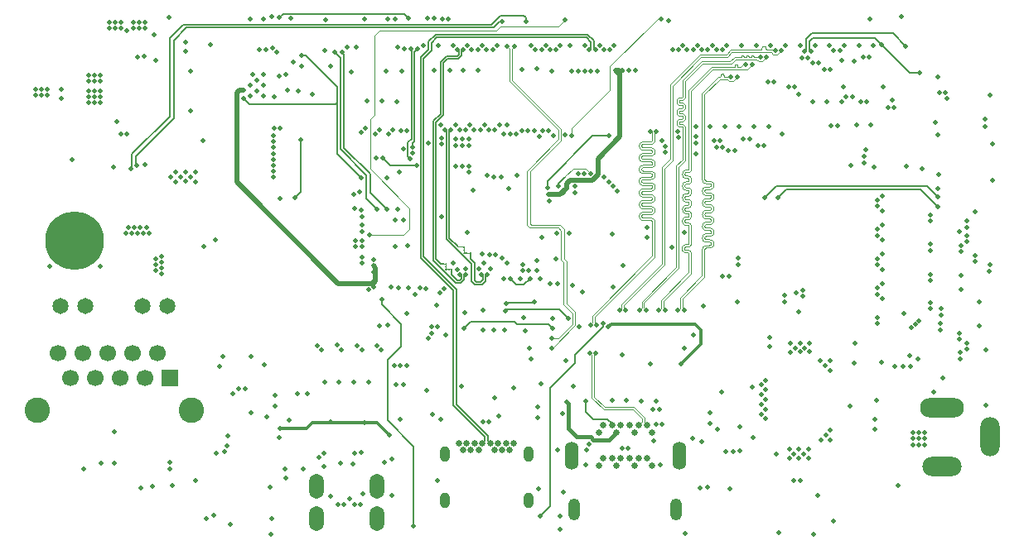
<source format=gbr>
G04 #@! TF.GenerationSoftware,KiCad,Pcbnew,7.0.2*
G04 #@! TF.CreationDate,2023-05-24T19:52:42-04:00*
G04 #@! TF.ProjectId,jetson-nano-baseboard,6a657473-6f6e-42d6-9e61-6e6f2d626173,1.6.1*
G04 #@! TF.SameCoordinates,Original*
G04 #@! TF.FileFunction,Copper,L3,Inr*
G04 #@! TF.FilePolarity,Positive*
%FSLAX46Y46*%
G04 Gerber Fmt 4.6, Leading zero omitted, Abs format (unit mm)*
G04 Created by KiCad (PCBNEW 7.0.2) date 2023-05-24 19:52:42*
%MOMM*%
%LPD*%
G01*
G04 APERTURE LIST*
G04 #@! TA.AperFunction,ComponentPad*
%ADD10C,0.650000*%
G04 #@! TD*
G04 #@! TA.AperFunction,ComponentPad*
%ADD11O,1.400000X2.850000*%
G04 #@! TD*
G04 #@! TA.AperFunction,ComponentPad*
%ADD12O,1.200000X2.250000*%
G04 #@! TD*
G04 #@! TA.AperFunction,ComponentPad*
%ADD13O,4.500000X2.000000*%
G04 #@! TD*
G04 #@! TA.AperFunction,ComponentPad*
%ADD14O,1.990000X4.000000*%
G04 #@! TD*
G04 #@! TA.AperFunction,ComponentPad*
%ADD15O,4.000000X2.000000*%
G04 #@! TD*
G04 #@! TA.AperFunction,ComponentPad*
%ADD16O,1.000000X1.600000*%
G04 #@! TD*
G04 #@! TA.AperFunction,ComponentPad*
%ADD17O,1.500000X2.550000*%
G04 #@! TD*
G04 #@! TA.AperFunction,ComponentPad*
%ADD18R,1.700000X1.700000*%
G04 #@! TD*
G04 #@! TA.AperFunction,ComponentPad*
%ADD19C,1.700000*%
G04 #@! TD*
G04 #@! TA.AperFunction,ComponentPad*
%ADD20C,1.650000*%
G04 #@! TD*
G04 #@! TA.AperFunction,ComponentPad*
%ADD21C,2.600000*%
G04 #@! TD*
G04 #@! TA.AperFunction,ComponentPad*
%ADD22C,6.000000*%
G04 #@! TD*
G04 #@! TA.AperFunction,ViaPad*
%ADD23C,0.500000*%
G04 #@! TD*
G04 #@! TA.AperFunction,Conductor*
%ADD24C,0.500000*%
G04 #@! TD*
G04 #@! TA.AperFunction,Conductor*
%ADD25C,0.400000*%
G04 #@! TD*
G04 #@! TA.AperFunction,Conductor*
%ADD26C,0.300000*%
G04 #@! TD*
G04 #@! TA.AperFunction,Conductor*
%ADD27C,0.150000*%
G04 #@! TD*
G04 #@! TA.AperFunction,Conductor*
%ADD28C,0.180000*%
G04 #@! TD*
G04 #@! TA.AperFunction,Conductor*
%ADD29C,0.200000*%
G04 #@! TD*
G04 #@! TA.AperFunction,Conductor*
%ADD30C,0.125000*%
G04 #@! TD*
G04 #@! TA.AperFunction,Conductor*
%ADD31C,0.160000*%
G04 #@! TD*
G04 #@! TA.AperFunction,Conductor*
%ADD32C,0.152400*%
G04 #@! TD*
G04 APERTURE END LIST*
D10*
X133960000Y-121955000D03*
X133960000Y-118605000D03*
X134410000Y-121180000D03*
X134410000Y-117830000D03*
X135310000Y-121180000D03*
X135310000Y-117830000D03*
X135760000Y-121955000D03*
X135760000Y-118605000D03*
X136210000Y-121180000D03*
X136210000Y-117830000D03*
X137110000Y-121180000D03*
X137110000Y-117830000D03*
X137568000Y-121955000D03*
X137568000Y-118605000D03*
X138009990Y-121180000D03*
X138009990Y-117830000D03*
X138909990Y-121180000D03*
X138909990Y-117830000D03*
X139360000Y-121955000D03*
X139360000Y-118605000D03*
D11*
X131160000Y-120955000D03*
D12*
X131460000Y-126455000D03*
X141860000Y-126455000D03*
D11*
X142160000Y-120955000D03*
D13*
X169057400Y-116030000D03*
D14*
X173937000Y-118980000D03*
D15*
X169057400Y-122030000D03*
D10*
X125259920Y-119645000D03*
X124859920Y-120345000D03*
X124059920Y-120345000D03*
X123659920Y-119645000D03*
X123259920Y-120345000D03*
X122859920Y-119645000D03*
X122059920Y-119645000D03*
X121659920Y-120345000D03*
X121259920Y-119645000D03*
X120859920Y-120345000D03*
X120059920Y-120345000D03*
X119659920Y-119645000D03*
D16*
X126729920Y-125525000D03*
X118189920Y-120795000D03*
X126729920Y-120795000D03*
D10*
X124459920Y-119645000D03*
X120459920Y-119645000D03*
D16*
X118189920Y-125525000D03*
D17*
X111308400Y-127406010D03*
X111308400Y-124046010D03*
X105108400Y-124046010D03*
X105108400Y-127406010D03*
D18*
X90140000Y-113010010D03*
D19*
X88870000Y-110470010D03*
X87600000Y-113010010D03*
X86330000Y-110470010D03*
X85060000Y-113010010D03*
X83790000Y-110470010D03*
X82520000Y-113010010D03*
X81250000Y-110470010D03*
X79980000Y-113010010D03*
X78710000Y-110470010D03*
D20*
X89894000Y-105640010D03*
X87354000Y-105640010D03*
X81504000Y-105640010D03*
X78964000Y-105640010D03*
D21*
X92303180Y-116310010D03*
X76546830Y-116310010D03*
D22*
X80408250Y-98918050D03*
D23*
X136296600Y-81500000D03*
X130000000Y-94200000D03*
X128800000Y-94200000D03*
X129400000Y-94200000D03*
X135700000Y-81500000D03*
X85600000Y-98200000D03*
X86500000Y-97600000D03*
X86800000Y-98200000D03*
X167250000Y-119800000D03*
X167250000Y-118600000D03*
X86200000Y-98200000D03*
X87100000Y-97600000D03*
X166050000Y-119200000D03*
X87400000Y-98200000D03*
X166650000Y-118600000D03*
X167250000Y-119200000D03*
X166050000Y-119800000D03*
X166650000Y-119800000D03*
X85900000Y-97600000D03*
X87000000Y-77200000D03*
X87000000Y-76600000D03*
X88000000Y-98200000D03*
X87600000Y-77200000D03*
X86400000Y-77200000D03*
X166650000Y-119200000D03*
X87700000Y-97600000D03*
X86400000Y-76600000D03*
X166050000Y-118600000D03*
X87600000Y-76600000D03*
X130551990Y-111188360D03*
X145094000Y-124146010D03*
X117450000Y-123500000D03*
X137668200Y-81468210D03*
X136982400Y-81468210D03*
X117500000Y-107700000D03*
X126238200Y-106766610D03*
X131292800Y-103490010D03*
X132250000Y-104200000D03*
X130950000Y-98200000D03*
X168326000Y-86827610D03*
X144424600Y-119466610D03*
X100891200Y-114793010D03*
X138912800Y-98562410D03*
X136423600Y-101483410D03*
X122824502Y-100350000D03*
X88700000Y-101400000D03*
X139179979Y-111529226D03*
X97100000Y-114075000D03*
X89300000Y-100500000D03*
X93800000Y-127400000D03*
X109758400Y-98006010D03*
X84425000Y-121700000D03*
X164100000Y-85300000D03*
X88700000Y-100800000D03*
X114300000Y-106400000D03*
X165000000Y-111800000D03*
X163550825Y-85300000D03*
X88700000Y-102000000D03*
X92200000Y-85600000D03*
X97800000Y-114075000D03*
X123400000Y-100350000D03*
X141400000Y-99600000D03*
X89300000Y-101700000D03*
X136370000Y-110630000D03*
X165800000Y-111800000D03*
X89300000Y-102300000D03*
X109758400Y-96506010D03*
X152300000Y-128800000D03*
X109758400Y-97306010D03*
X164200000Y-111800000D03*
X89300000Y-101100000D03*
X168605400Y-88050000D03*
X116850000Y-107700000D03*
X142700000Y-109900000D03*
X122128461Y-106071539D03*
X120269200Y-106258610D03*
X116916400Y-116723410D03*
X150525000Y-113700000D03*
X151000000Y-114200000D03*
X150525000Y-114700000D03*
X151016800Y-115174990D03*
X151000000Y-113244590D03*
X144300000Y-124200000D03*
X150525000Y-115675000D03*
X151016800Y-117149990D03*
X162800000Y-111400000D03*
X113358400Y-95706010D03*
X154800000Y-104000000D03*
X110958400Y-103641600D03*
X150525000Y-116675000D03*
X159700000Y-91200000D03*
X110958400Y-102141600D03*
X162200000Y-117200000D03*
X151000000Y-116175000D03*
X143550000Y-119175000D03*
X97650000Y-83500000D03*
X154800000Y-104600000D03*
X110958400Y-103041600D03*
X110958400Y-101506010D03*
X110958400Y-100841600D03*
X163020000Y-83160000D03*
X107558400Y-121706010D03*
X108458400Y-125356010D03*
X108858400Y-121756010D03*
X109820039Y-124800496D03*
X95682000Y-120508010D03*
X124351990Y-108106010D03*
X122151990Y-108106010D03*
X123251990Y-108106010D03*
X95978200Y-119897610D03*
X96003600Y-118881610D03*
X123775800Y-87107010D03*
X126085800Y-87665810D03*
X173482200Y-110119410D03*
X83024410Y-101525910D03*
X77800400Y-101534210D03*
X161061600Y-90993210D03*
X161264800Y-89596210D03*
X161061600Y-90307410D03*
X127889200Y-88250010D03*
X141046400Y-76362810D03*
X155778380Y-84660150D03*
X144025790Y-78907010D03*
X160121800Y-109408210D03*
X170993000Y-103947210D03*
X170993000Y-102474010D03*
X145288200Y-117637810D03*
X145288200Y-116494810D03*
X117400000Y-105500000D03*
X116321990Y-114281506D03*
X104165600Y-114589810D03*
X96545600Y-114564410D03*
X98425200Y-116494810D03*
X114020800Y-96784410D03*
X113128890Y-99498010D03*
X130632400Y-115402610D03*
X125247600Y-114031010D03*
X127711400Y-115936010D03*
X127711400Y-117002810D03*
X126099960Y-81361400D03*
X117099980Y-81523930D03*
X127609800Y-81315810D03*
X119025800Y-78907010D03*
X120525780Y-78907010D03*
X122025800Y-78907010D03*
X127025780Y-78907010D03*
X128525780Y-78907010D03*
X131025780Y-78907010D03*
X117525800Y-78907010D03*
X129006800Y-103337610D03*
X129718000Y-103337610D03*
X162915800Y-94317810D03*
X162909390Y-95844890D03*
X162915800Y-97317810D03*
X166979800Y-91577410D03*
X131496000Y-93990410D03*
X128900000Y-94900000D03*
X129277100Y-88134940D03*
X159025820Y-78907010D03*
X160525820Y-78907010D03*
X172443400Y-95948810D03*
X174193400Y-92720410D03*
X174193400Y-89012010D03*
X152694380Y-87965940D03*
X151295590Y-87233370D03*
X149795600Y-87233370D03*
X148295600Y-87233370D03*
X158778380Y-84660150D03*
X157278390Y-84660150D03*
X140386000Y-88656410D03*
X138894000Y-97536010D03*
X145295600Y-87233370D03*
X122275800Y-87107010D03*
X154358790Y-83907900D03*
X130025780Y-78907010D03*
X143865800Y-87234010D03*
X146795600Y-87233370D03*
X165875850Y-107827120D03*
X172826080Y-107623920D03*
X172826080Y-105173920D03*
X162929010Y-104831030D03*
X162915800Y-103317810D03*
X162909630Y-98849560D03*
X162960680Y-100317490D03*
X162960680Y-101849550D03*
X165160640Y-106337990D03*
X110417470Y-113386560D03*
X108917470Y-113386560D03*
X107417470Y-113386560D03*
X105917470Y-113386560D03*
X111497420Y-107615140D03*
X135525790Y-78907010D03*
X134025790Y-78907010D03*
X132525790Y-78907010D03*
X116025790Y-78907010D03*
X162025810Y-78907010D03*
X157525830Y-78907010D03*
X156025820Y-78907010D03*
X154525790Y-78907010D03*
X153025800Y-78907010D03*
X151525780Y-78907010D03*
X147025790Y-78907010D03*
X145525790Y-78907010D03*
X142525790Y-78907010D03*
X94818400Y-120685810D03*
X106013490Y-76284600D03*
X140251990Y-121906010D03*
X132651990Y-121906010D03*
X102300000Y-117300000D03*
X136782080Y-115296040D03*
X173467770Y-115765830D03*
X102484000Y-76150700D03*
X110017080Y-76261070D03*
X91700000Y-92855410D03*
X98291380Y-76200000D03*
X160275870Y-87050280D03*
X161775860Y-87050280D03*
X123525790Y-78907010D03*
X148525790Y-78907010D03*
X150025790Y-78907010D03*
X135293800Y-115304380D03*
X139811520Y-115332510D03*
X113614400Y-117206010D03*
X103175000Y-114615210D03*
X129200000Y-106900000D03*
X135407600Y-103642410D03*
X119278600Y-87109010D03*
X120777000Y-87105810D03*
X117823640Y-87082020D03*
X99692620Y-76200000D03*
X121596370Y-81523930D03*
X120087600Y-81523930D03*
X98550000Y-81900000D03*
X99700000Y-81900000D03*
X92700000Y-91900000D03*
X92697600Y-92900000D03*
X91700000Y-91900000D03*
X102700000Y-80635500D03*
X98300000Y-83000000D03*
X99700000Y-84100000D03*
X98318760Y-84100000D03*
X99700000Y-83000000D03*
X118335680Y-108555380D03*
X170777240Y-97953800D03*
X90716800Y-92874990D03*
X90700000Y-91900000D03*
X90200000Y-92400000D03*
X91200000Y-92400000D03*
X155355410Y-121200000D03*
X154900000Y-120800000D03*
X153900000Y-120800000D03*
X154400000Y-120300000D03*
X155400000Y-120302400D03*
X154400000Y-121200000D03*
X153425010Y-120300000D03*
X153425010Y-121216800D03*
X147699600Y-120482610D03*
X146886800Y-120482610D03*
X76400000Y-84000000D03*
X76400000Y-83400000D03*
X77600000Y-84000000D03*
X77000000Y-84000000D03*
X77000000Y-83400000D03*
X77600000Y-83400000D03*
X100700000Y-92400000D03*
X99000000Y-83600000D03*
X146500000Y-114400000D03*
X126200000Y-101400000D03*
X109058400Y-98906010D03*
X138280000Y-115390000D03*
X84500000Y-76600000D03*
X85100000Y-76600000D03*
X129958400Y-128506010D03*
X119951990Y-113806010D03*
X100350000Y-124150000D03*
X149600000Y-113900000D03*
X131350000Y-113800000D03*
X155455410Y-110300000D03*
X100500000Y-127400000D03*
X153525010Y-109400000D03*
X114393990Y-99450000D03*
X166300000Y-107500000D03*
X99000000Y-82500000D03*
X154150000Y-104250000D03*
X126800000Y-102000000D03*
X92200000Y-81600000D03*
X84350000Y-91350000D03*
X156300000Y-125000000D03*
X110300000Y-84650000D03*
X83900000Y-77200000D03*
X88320722Y-124088819D03*
X120353092Y-101793452D03*
X152950000Y-105200000D03*
X99800000Y-111600000D03*
X92200000Y-92400000D03*
X155000000Y-109900000D03*
X92700000Y-123500000D03*
X81800000Y-84800000D03*
X100700000Y-88200000D03*
X130358400Y-124706010D03*
X154500000Y-110300000D03*
X83000000Y-84800000D03*
X83000000Y-84200000D03*
X109058400Y-99506010D03*
X85700000Y-88000000D03*
X109758400Y-98906010D03*
X84500000Y-77200000D03*
X87125000Y-124225000D03*
X83900000Y-76600000D03*
X164900000Y-76000000D03*
X100700000Y-90000000D03*
X120000000Y-89200000D03*
X95500000Y-110808484D03*
X100700000Y-91800000D03*
X82400000Y-83600000D03*
X100700000Y-91200000D03*
X114300000Y-111700000D03*
X109758400Y-99506010D03*
X93600000Y-99500000D03*
X158958400Y-83156010D03*
X80100000Y-90600000D03*
X154000000Y-109900000D03*
X162305593Y-115305593D03*
X100700000Y-88800000D03*
X164500000Y-124000000D03*
X169400000Y-83800000D03*
X119100000Y-101200000D03*
X121700000Y-101800000D03*
X122850000Y-101800000D03*
X110391639Y-103949500D03*
X96300000Y-128000000D03*
X118750000Y-81450000D03*
X126200000Y-102000000D03*
X81300000Y-122300000D03*
X120700000Y-88500000D03*
X121100000Y-93800000D03*
X81800000Y-84200000D03*
X120000000Y-88500000D03*
X152100000Y-120800000D03*
X166675000Y-107125000D03*
X119300000Y-88500000D03*
X168800000Y-83800000D03*
X85100000Y-77200000D03*
X91700000Y-78600000D03*
X168558400Y-82137500D03*
X154500000Y-123500000D03*
X117900000Y-96500000D03*
X152950000Y-104500000D03*
X119450000Y-101850000D03*
X155500000Y-109402400D03*
X153900000Y-123500000D03*
X100450000Y-128950000D03*
X95200000Y-111800000D03*
X90000000Y-76100000D03*
X154500000Y-109400000D03*
X113650000Y-111700000D03*
X100700000Y-90600000D03*
X85100000Y-88000000D03*
X100700000Y-89400000D03*
X127758400Y-124306010D03*
X148100000Y-105200000D03*
X151450000Y-108800000D03*
X153525010Y-110316800D03*
X82400000Y-84800000D03*
X120700000Y-89200000D03*
X131975000Y-107750000D03*
X81800000Y-83600000D03*
X119300000Y-89200000D03*
X82400000Y-84200000D03*
X142700000Y-98075000D03*
X83000000Y-83600000D03*
X112800000Y-121300000D03*
X169500000Y-84400000D03*
X143650004Y-108550000D03*
X112700000Y-103700000D03*
X113050000Y-111700000D03*
X112573000Y-118806210D03*
X106530000Y-117500000D03*
X101346200Y-118120410D03*
X110020000Y-117550000D03*
X148400000Y-120400000D03*
X151435000Y-109800000D03*
X116886350Y-108413650D03*
X123698000Y-116890800D03*
X117765330Y-117221800D03*
X116549500Y-108900000D03*
X124200000Y-102850000D03*
X144600000Y-105600000D03*
X146100000Y-118200000D03*
X113157200Y-96809810D03*
X100050800Y-116977410D03*
X109758400Y-100606010D03*
X103450000Y-88600000D03*
X109758400Y-101206010D03*
X102900000Y-94500000D03*
X129958400Y-127106010D03*
X142316400Y-111567210D03*
X134930170Y-107750000D03*
X101900000Y-122256010D03*
X103708400Y-122256010D03*
X139555440Y-119383840D03*
X90400000Y-124000000D03*
X83060000Y-121685000D03*
X124387858Y-106093428D03*
X130800000Y-106900000D03*
X124455120Y-105355120D03*
X127384000Y-105206010D03*
X115036800Y-128153410D03*
X111785600Y-104937810D03*
X115196548Y-104396548D03*
X154400000Y-106200000D03*
X142800000Y-128900000D03*
X160020200Y-80528410D03*
X158801000Y-80503010D03*
X131826200Y-92060010D03*
X132461200Y-92060010D03*
X102106920Y-83556920D03*
X94772175Y-98820826D03*
X140098850Y-106022020D03*
X148964491Y-80919500D03*
X139772373Y-117714864D03*
X140723850Y-106022020D03*
X149599895Y-80919500D03*
X140397373Y-117714864D03*
X147421800Y-82154010D03*
X142052360Y-106022020D03*
X139489480Y-116191830D03*
X148089480Y-82162620D03*
X142677360Y-106022020D03*
X140114480Y-116191830D03*
X149750000Y-119100000D03*
X148361351Y-117938648D03*
X136071480Y-106022020D03*
X151964500Y-79432400D03*
X132664400Y-120355610D03*
X136696480Y-106022020D03*
X152589500Y-79432400D03*
X132976980Y-119732610D03*
X138144650Y-106002020D03*
X150464490Y-80135110D03*
X136346500Y-120190660D03*
X138769650Y-106002020D03*
X151089490Y-80135110D03*
X136973500Y-120190660D03*
X139214490Y-87728460D03*
X133080160Y-107533540D03*
X139839490Y-87728460D03*
X133705160Y-107533540D03*
X145964490Y-79368670D03*
X111720971Y-110120971D03*
X146589490Y-79368670D03*
X111279029Y-109679029D03*
X144464490Y-79368670D03*
X109720971Y-110120971D03*
X142964490Y-79368670D03*
X107670971Y-110070971D03*
X145089490Y-79368670D03*
X109279029Y-109679029D03*
X141464490Y-79368670D03*
X105620971Y-110120971D03*
X143589490Y-79368670D03*
X107229029Y-109629029D03*
X142089490Y-79368670D03*
X105179029Y-109679029D03*
X126924000Y-102778810D03*
X123291600Y-115011200D03*
X124917400Y-102855010D03*
X125933400Y-102778810D03*
X127914600Y-102778810D03*
X102000000Y-123200000D03*
X105896761Y-122067649D03*
X106508400Y-125106010D03*
X112807205Y-125007205D03*
X101300000Y-119100000D03*
X112000000Y-121600000D03*
X129724800Y-120306010D03*
X163958400Y-84506010D03*
X161654479Y-76245521D03*
X126416550Y-108192440D03*
X128016000Y-113588800D03*
X112369600Y-107594400D03*
X126851764Y-109898236D03*
X127002664Y-111073733D03*
X129205880Y-107926440D03*
X120157540Y-107906010D03*
X134400000Y-107400000D03*
X127958400Y-127106010D03*
X105829371Y-120685039D03*
X107920900Y-125956010D03*
X105387429Y-121126981D03*
X107295900Y-125956010D03*
X109628812Y-120633688D03*
X109574662Y-125953233D03*
X108949662Y-125953233D03*
X108987500Y-120650000D03*
X130251400Y-116621810D03*
X132626410Y-115326410D03*
X124892000Y-87996010D03*
X133121600Y-81569810D03*
X115650000Y-103751500D03*
X120650200Y-91272610D03*
X124257000Y-87996010D03*
X132486600Y-81569810D03*
X114474470Y-103751500D03*
X119964400Y-91272610D03*
X154714500Y-80235210D03*
X125527000Y-87996010D03*
X116272088Y-103806357D03*
X133756600Y-81569810D03*
X120650200Y-91933010D03*
X124557240Y-87096020D03*
X131851600Y-81569810D03*
X113474470Y-103751500D03*
X119278600Y-91272610D03*
X151229200Y-82681410D03*
X157597710Y-81397440D03*
X153319500Y-83161770D03*
X153944500Y-83161770D03*
X142048990Y-87750500D03*
X142087800Y-88377010D03*
X143850300Y-88278700D03*
X143846910Y-88938950D03*
X140716200Y-89240610D03*
X140709690Y-89871370D03*
X156972710Y-81397440D03*
X151854200Y-82681410D03*
X156421850Y-80722970D03*
X155796850Y-80722970D03*
X155339500Y-80235210D03*
X170850000Y-110994010D03*
X146355000Y-88707210D03*
X170850000Y-110369010D03*
X145714500Y-88710440D03*
X170825000Y-109033430D03*
X147839490Y-89725000D03*
X170825000Y-108408430D03*
X147214490Y-89725000D03*
X145952270Y-89335440D03*
X171566240Y-110033430D03*
X146577270Y-89335440D03*
X171566240Y-109408430D03*
X168860000Y-108040000D03*
X150839490Y-89188110D03*
X168873750Y-107408430D03*
X150214490Y-89188110D03*
X168914190Y-106533440D03*
X149339490Y-88505070D03*
X168914190Y-105908440D03*
X148714490Y-88505070D03*
X158589530Y-79436880D03*
X173838370Y-102033450D03*
X157964530Y-79436880D03*
X173971570Y-101407210D03*
X161589510Y-80150650D03*
X172365790Y-101033450D03*
X160964510Y-80150650D03*
X172365790Y-100408450D03*
X125603200Y-92263210D03*
X124003000Y-92364810D03*
X117691733Y-104258182D03*
X123190200Y-92364810D03*
X118135600Y-103818880D03*
X122555200Y-92263210D03*
X159214520Y-84190790D03*
X171551480Y-96908450D03*
X159839520Y-84190790D03*
X171551480Y-97533450D03*
X171551480Y-98408450D03*
X160714510Y-84679850D03*
X171551480Y-99033450D03*
X161339510Y-84679850D03*
X170980970Y-99408450D03*
X157714530Y-87117670D03*
X170980970Y-100033450D03*
X158339530Y-87117670D03*
X111303000Y-95717610D03*
X106985000Y-79639410D03*
X112293600Y-95717610D03*
X107721600Y-79639410D03*
X135864800Y-93838010D03*
X122200000Y-101200000D03*
X113970000Y-113675410D03*
X134950400Y-92898210D03*
X124600000Y-101200000D03*
X134467800Y-92390210D03*
X113233400Y-113675410D03*
X124100000Y-100700000D03*
X133030160Y-110422270D03*
X133655160Y-110422270D03*
X115299620Y-91239079D03*
X111899996Y-90500004D03*
X114681200Y-90536010D03*
X114750000Y-79258410D03*
X114935200Y-89951810D03*
X115400000Y-79300000D03*
X114935200Y-89316810D03*
X109200670Y-79107140D03*
X113400000Y-79150000D03*
X129150000Y-108950000D03*
X124600000Y-79000000D03*
X165300000Y-79000000D03*
X154950000Y-79525000D03*
X108266060Y-79122840D03*
X155625000Y-79500000D03*
X129150000Y-109900000D03*
X114100000Y-79250000D03*
X166758400Y-81706010D03*
X125350000Y-79000000D03*
X162860000Y-78880000D03*
X129641098Y-98187520D03*
X103600000Y-81100000D03*
X100500000Y-76000000D03*
X160030000Y-111450000D03*
X128100000Y-98600000D03*
X165400000Y-91300000D03*
X112300000Y-92500000D03*
X109700000Y-95800000D03*
X168200000Y-114400000D03*
X162100000Y-91400000D03*
X113538200Y-91882210D03*
X109652000Y-92500000D03*
X135280600Y-98206810D03*
X103600000Y-80000000D03*
X97650000Y-84350000D03*
X100784000Y-84206010D03*
X100838200Y-115859810D03*
X135433000Y-93355410D03*
X122000000Y-100300000D03*
X134464490Y-79368670D03*
X90068544Y-121629304D03*
X135089490Y-79368670D03*
X90068544Y-122254304D03*
X132964480Y-79368670D03*
X122105110Y-117462090D03*
X133589480Y-79368670D03*
X122732110Y-117506040D03*
X94291840Y-78845290D03*
X128214480Y-87645560D03*
X167820400Y-96270800D03*
X128839480Y-87645560D03*
X167820400Y-96895800D03*
X167820400Y-99290310D03*
X126714480Y-87645560D03*
X167820400Y-99915310D03*
X127339480Y-87645560D03*
X122714490Y-87563600D03*
X167820400Y-102356580D03*
X123339490Y-87563600D03*
X167820400Y-102981580D03*
X167820400Y-105275890D03*
X121214500Y-87563600D03*
X167820400Y-105900890D03*
X121839500Y-87563600D03*
X121589500Y-79368670D03*
X162457790Y-107393530D03*
X120964500Y-79368670D03*
X162457790Y-106768530D03*
X162457790Y-104393530D03*
X123089500Y-79368670D03*
X162457790Y-103768530D03*
X122464500Y-79368670D03*
X162457790Y-101393530D03*
X128089480Y-79368670D03*
X162457790Y-100768530D03*
X127464480Y-79368670D03*
X129589480Y-79368670D03*
X162457790Y-98393530D03*
X128964480Y-79368670D03*
X162457790Y-97768530D03*
X162457790Y-95393530D03*
X120339490Y-87563600D03*
X162457790Y-94768530D03*
X119714490Y-87563600D03*
X101989460Y-81898910D03*
X118589500Y-76208570D03*
X101254150Y-82056110D03*
X117964500Y-76208570D03*
X112236480Y-81567720D03*
X105904220Y-79444470D03*
X114527270Y-76178930D03*
X101300000Y-76100000D03*
X117089490Y-76179190D03*
X99892690Y-79407390D03*
X116464490Y-76179190D03*
X99267690Y-79407390D03*
X101052880Y-79609690D03*
X117873910Y-88391090D03*
X100610940Y-79167750D03*
X117839420Y-89055290D03*
X122575000Y-102417570D03*
X118214490Y-87574230D03*
X121950000Y-102417570D03*
X118839490Y-87574230D03*
X119464490Y-79368670D03*
X120375000Y-102417570D03*
X120089490Y-79368670D03*
X119750000Y-102417570D03*
X114339505Y-87706117D03*
X113714505Y-87706117D03*
X112920971Y-87596729D03*
X112479029Y-88038671D03*
X113300000Y-84679979D03*
X111800000Y-84650000D03*
X110120971Y-87379029D03*
X109679029Y-87820971D03*
X111119386Y-88038671D03*
X111561328Y-87596729D03*
X147300000Y-102600000D03*
X100750000Y-87400000D03*
X127600000Y-102000000D03*
X146600000Y-102600000D03*
X127600000Y-101000000D03*
X101410878Y-87389125D03*
X106527800Y-81061810D03*
X129133800Y-81569810D03*
X113831370Y-81556130D03*
X131165800Y-81570010D03*
X168605400Y-94473010D03*
X131496000Y-93355410D03*
X150927000Y-94523810D03*
X133096200Y-92034610D03*
X168605000Y-95463610D03*
X152222400Y-94523810D03*
X129845000Y-93355410D03*
X120524799Y-98093096D03*
X129550000Y-100750000D03*
X109000000Y-95600000D03*
X87450000Y-80050000D03*
X93500000Y-88700000D03*
X169088000Y-112989610D03*
X111200000Y-90500000D03*
X82400000Y-82000000D03*
X85750000Y-77400000D03*
X81800000Y-82000000D03*
X83000000Y-82600000D03*
X88700000Y-80500000D03*
X81800000Y-82600000D03*
X82400000Y-82600000D03*
X83000000Y-82000000D03*
X156700000Y-119300000D03*
X157200000Y-118800000D03*
X157600000Y-111200000D03*
X157600000Y-119300000D03*
X157600000Y-118300000D03*
X156600000Y-111200000D03*
X157600000Y-112200000D03*
X157100000Y-111700000D03*
X159600000Y-115900000D03*
X162200000Y-118200000D03*
X87600000Y-91100000D03*
X84700000Y-86700000D03*
X173400000Y-87200000D03*
X143900000Y-90000000D03*
X173400000Y-86500000D03*
X135000000Y-88200000D03*
X128700000Y-93500000D03*
X108917000Y-94200000D03*
X166600000Y-111000000D03*
X101400000Y-94600000D03*
X148200000Y-101400000D03*
X108675000Y-81625000D03*
X103200000Y-83600000D03*
X109500000Y-93896309D03*
X148200000Y-100700000D03*
X165700000Y-110700000D03*
X168681600Y-92187010D03*
X116494141Y-88906100D03*
X104700000Y-83900000D03*
X168605400Y-93558610D03*
X113950000Y-89500000D03*
X124750000Y-93576310D03*
X173900000Y-84000000D03*
X91700000Y-79550000D03*
X88500000Y-77850000D03*
X86800000Y-80100000D03*
X94600000Y-127000000D03*
X112400000Y-76205510D03*
X79000000Y-84400000D03*
X79000000Y-83400000D03*
X113150000Y-76205510D03*
X126500000Y-76450500D03*
X86164494Y-91521304D03*
X130500000Y-76300000D03*
X110500000Y-98300000D03*
X124100000Y-76450500D03*
X86700000Y-91200000D03*
X140300000Y-76200000D03*
X131210000Y-88190000D03*
X84400000Y-118500000D03*
X130537000Y-88100000D03*
X98400000Y-110810000D03*
X157900000Y-127600000D03*
X147345600Y-124343410D03*
X155900000Y-129000000D03*
D24*
X133842799Y-90532201D02*
X136091628Y-88283372D01*
X133289771Y-92730409D02*
X133842799Y-92177381D01*
X130200600Y-93990410D02*
X130657800Y-93533210D01*
X136091628Y-81891628D02*
X135700000Y-81500000D01*
X136091628Y-88283372D02*
X136091628Y-82066628D01*
X130657800Y-93050610D02*
X130978001Y-92730409D01*
X129991010Y-94200000D02*
X130495505Y-93695505D01*
X130657800Y-93533210D02*
X130657800Y-93050610D01*
X133842799Y-92177381D02*
X133842799Y-90532201D01*
X136025608Y-81500000D02*
X135700000Y-81500000D01*
X128800000Y-94200000D02*
X129991010Y-94200000D01*
D25*
X136296600Y-81500000D02*
X136178800Y-81586010D01*
X130495505Y-93695505D02*
X130657800Y-93533210D01*
X130200600Y-93990410D02*
X130495505Y-93695505D01*
D24*
X136091628Y-81673182D02*
X136296600Y-81500000D01*
X130978001Y-92730409D02*
X133289771Y-92730409D01*
X136091628Y-82066628D02*
X136091628Y-81673182D01*
X136091628Y-82066628D02*
X136091628Y-81891628D01*
X111150000Y-103050000D02*
X111150000Y-101697610D01*
X96950000Y-92950000D02*
X107325000Y-103325000D01*
X107325000Y-103325000D02*
X110875000Y-103325000D01*
X111150000Y-101697610D02*
X110958400Y-101506010D01*
X97650000Y-83500000D02*
X97250000Y-83500000D01*
X110875000Y-103325000D02*
X111150000Y-103050000D01*
X97250000Y-83500000D02*
X96950000Y-83800000D01*
X96950000Y-83800000D02*
X96950000Y-92950000D01*
D25*
X130826400Y-118126400D02*
X131722110Y-119022110D01*
X130632400Y-115402610D02*
X130826400Y-115596610D01*
X131722110Y-119022110D02*
X133079660Y-119022110D01*
X133079660Y-119022110D02*
X133397160Y-119339610D01*
X133397160Y-119339610D02*
X135025380Y-119339610D01*
X135025380Y-119339610D02*
X135760000Y-118605000D01*
X130826400Y-115596610D02*
X130826400Y-118126400D01*
D26*
X111303000Y-117536210D02*
X112573000Y-118806210D01*
X104109590Y-118120410D02*
X104693790Y-117536210D01*
X101346200Y-118120410D02*
X104109590Y-118120410D01*
X104693790Y-117536210D02*
X111303000Y-117536210D01*
D27*
X103450000Y-88600000D02*
X103450000Y-93950000D01*
X103450000Y-93950000D02*
X102900000Y-94500000D01*
D26*
X142316400Y-111567210D02*
X144375000Y-109508610D01*
X143770860Y-107445860D02*
X144375000Y-108050000D01*
X135234310Y-107445860D02*
X134930170Y-107750000D01*
X135234310Y-107445860D02*
X143770860Y-107445860D01*
X144375000Y-108050000D02*
X144375000Y-109508610D01*
D28*
X129879240Y-105979240D02*
X124502046Y-105979240D01*
X130800000Y-106900000D02*
X129879240Y-105979240D01*
X124387858Y-106093428D02*
X124393428Y-106093428D01*
X124502046Y-105979240D02*
X124387858Y-106093428D01*
D29*
X127316060Y-105273950D02*
X127384000Y-105206010D01*
X124520260Y-105289980D02*
X127300030Y-105289980D01*
X124455120Y-105355120D02*
X124520260Y-105289980D01*
X113741200Y-107441200D02*
X113741200Y-109788800D01*
X111785600Y-105485600D02*
X113741200Y-107441200D01*
X113741200Y-109788800D02*
X112400000Y-111130000D01*
X111785600Y-104937810D02*
X111785600Y-105485600D01*
X115036800Y-119974610D02*
X115036800Y-128153410D01*
X112400000Y-111130000D02*
X112400000Y-117337810D01*
X112400000Y-117337810D02*
X115036800Y-119974610D01*
D30*
X143144369Y-95155247D02*
X143133275Y-95186950D01*
X143063215Y-91657010D02*
X143031512Y-91668104D01*
X143143870Y-100263870D02*
X143148130Y-100301676D01*
X147990011Y-80858771D02*
X147962195Y-80861905D01*
X142473125Y-94448756D02*
X142473125Y-94544983D01*
X148964491Y-80919500D02*
X148953991Y-80930000D01*
X142482574Y-96764890D02*
X142473125Y-96848756D01*
X142615028Y-91754090D02*
X142555350Y-91813768D01*
X142686489Y-92484551D02*
X142766150Y-92512425D01*
X147837739Y-81112925D02*
X147817947Y-81132717D01*
X143084161Y-99244701D02*
X143051947Y-99264942D01*
X143111063Y-99217799D02*
X143084161Y-99244701D01*
X142850016Y-91671865D02*
X142766150Y-91681314D01*
X143091655Y-92554599D02*
X143115405Y-92578349D01*
X143148130Y-93921870D02*
X143144369Y-93955247D01*
X142850016Y-92871865D02*
X142766150Y-92881314D01*
X142615028Y-96039649D02*
X142686489Y-96084551D01*
X142555350Y-93013768D02*
X142510448Y-93085229D01*
X142510448Y-94285229D02*
X142482574Y-94364890D01*
X143031512Y-97325635D02*
X143063215Y-97336729D01*
X143091655Y-97354599D02*
X143115405Y-97378349D01*
X143144369Y-91555247D02*
X143133275Y-91586950D01*
X142850016Y-96471865D02*
X142766150Y-96481314D01*
X142850016Y-93721875D02*
X142998135Y-93721875D01*
X143016037Y-99277508D02*
X142978232Y-99281768D01*
X142998135Y-95271865D02*
X142850016Y-95271865D01*
X143031512Y-96125635D02*
X143063215Y-96136729D01*
X142473125Y-96944983D02*
X142482574Y-97028849D01*
X143031512Y-96468104D02*
X142998135Y-96471865D01*
X143115405Y-91615390D02*
X143091655Y-91639140D01*
X143115405Y-92815390D02*
X143091655Y-92839140D01*
X142850016Y-94921875D02*
X142998135Y-94921875D01*
X142686489Y-94884551D02*
X142766150Y-94912425D01*
X143133275Y-97406789D02*
X143144369Y-97438492D01*
X148118145Y-81062804D02*
X148115011Y-81034989D01*
X147740011Y-81159989D02*
X145500011Y-81159989D01*
X143144369Y-92638492D02*
X143148130Y-92671870D01*
X148185775Y-81147610D02*
X148162074Y-81132717D01*
X142510448Y-91885229D02*
X142482574Y-91964890D01*
X143148130Y-96321870D02*
X143144369Y-96355247D01*
X147868145Y-80955955D02*
X147865011Y-80983771D01*
X143115405Y-92578349D02*
X143133275Y-92606789D01*
X143133275Y-92786950D02*
X143115405Y-92815390D01*
X142850016Y-95271865D02*
X142766150Y-95281314D01*
X143148130Y-92671870D02*
X143148130Y-92721870D01*
X142555350Y-91813768D02*
X142510448Y-91885229D01*
X148017826Y-80861905D02*
X147990011Y-80858771D01*
X142615028Y-93639649D02*
X142686489Y-93684551D01*
X142766150Y-97312425D02*
X142850016Y-97321875D01*
X143091655Y-95239140D02*
X143063215Y-95257010D01*
X142482574Y-95828849D02*
X142510448Y-95908510D01*
X148067947Y-80886042D02*
X148044246Y-80871149D01*
X142615028Y-92439649D02*
X142686489Y-92484551D01*
X142686489Y-94109188D02*
X142615028Y-94154090D01*
X140286350Y-105036872D02*
X140286350Y-105834520D01*
X143111063Y-100195746D02*
X143131304Y-100227960D01*
X142473125Y-92144983D02*
X142482574Y-92228849D01*
X142998135Y-94921875D02*
X143031512Y-94925635D01*
X142482574Y-92228849D02*
X142510448Y-92308510D01*
X143051947Y-100148603D02*
X143084161Y-100168844D01*
X143148130Y-95121870D02*
X143144369Y-95155247D01*
X143143870Y-99149675D02*
X143131304Y-99185585D01*
X142555350Y-94779971D02*
X142615028Y-94839649D01*
X143063215Y-92536729D02*
X143091655Y-92554599D01*
X143115405Y-95215390D02*
X143091655Y-95239140D01*
X143031512Y-92868104D02*
X142998135Y-92871865D01*
X142555350Y-95413768D02*
X142510448Y-95485229D01*
X148212195Y-81156854D02*
X148185775Y-81147610D01*
X142482574Y-95564890D02*
X142473125Y-95648756D01*
X143084161Y-100168844D02*
X143111063Y-100195746D01*
X143031512Y-94925635D02*
X143063215Y-94936729D01*
X142473125Y-93344983D02*
X142482574Y-93428849D01*
X148087739Y-80905834D02*
X148067947Y-80886042D01*
X143148130Y-102175092D02*
X140286350Y-105036872D01*
X147962195Y-80861905D02*
X147935775Y-80871149D01*
X142472500Y-99505748D02*
X142443238Y-99589373D01*
X143063215Y-97336729D02*
X143091655Y-97354599D01*
X142482574Y-94364890D02*
X142473125Y-94448756D01*
X148142282Y-81112925D02*
X148127389Y-81089224D01*
X143131304Y-99185585D02*
X143111063Y-99217799D01*
X147865011Y-80983771D02*
X147865011Y-81034989D01*
X142686489Y-92909188D02*
X142615028Y-92954090D01*
X142998135Y-96471865D02*
X142850016Y-96471865D01*
X148111876Y-80955955D02*
X148102632Y-80929535D01*
X147794246Y-81147610D02*
X147767826Y-81156854D01*
X142828963Y-99281768D02*
X142740924Y-99291687D01*
X143063215Y-96457010D02*
X143031512Y-96468104D01*
X147892282Y-80905834D02*
X147877389Y-80929535D01*
X143016037Y-100136037D02*
X143051947Y-100148603D01*
X143063215Y-94057010D02*
X143031512Y-94068104D01*
X142686489Y-93684551D02*
X142766150Y-93712425D01*
X142766150Y-94912425D02*
X142850016Y-94921875D01*
X142473125Y-92048756D02*
X142473125Y-92144983D01*
X142850016Y-94071865D02*
X142766150Y-94081314D01*
X142473125Y-93248756D02*
X142473125Y-93344983D01*
X143063215Y-94936729D02*
X143091655Y-94954599D01*
X143144369Y-92755247D02*
X143133275Y-92786950D01*
X143031512Y-94068104D02*
X142998135Y-94071865D01*
X143148130Y-100301676D02*
X143148130Y-102175092D01*
X142582283Y-99368085D02*
X142519636Y-99430732D01*
X143063215Y-96136729D02*
X143091655Y-96154599D01*
X142657299Y-100092596D02*
X142740924Y-100121858D01*
X143115405Y-97378349D02*
X143133275Y-97406789D01*
X143148130Y-99111870D02*
X143143870Y-99149675D01*
X142473125Y-95648756D02*
X142473125Y-95744983D01*
X143133275Y-92606789D02*
X143144369Y-92638492D01*
X142473125Y-94544983D02*
X142482574Y-94628849D01*
X142766150Y-92512425D02*
X142850016Y-92521875D01*
X142482574Y-94628849D02*
X142510448Y-94708510D01*
X142998135Y-91671865D02*
X142850016Y-91671865D01*
X142510448Y-94708510D02*
X142555350Y-94779971D01*
X147865011Y-81034989D02*
X147861876Y-81062804D01*
X143091655Y-92839140D02*
X143063215Y-92857010D01*
X143091655Y-93754599D02*
X143115405Y-93778349D01*
X142998135Y-96121875D02*
X143031512Y-96125635D01*
X143133275Y-96386950D02*
X143115405Y-96415390D01*
X142686489Y-96509188D02*
X142615028Y-96554090D01*
X142473125Y-95744983D02*
X142482574Y-95828849D01*
X142766150Y-96112425D02*
X142850016Y-96121875D01*
X147852632Y-81089224D02*
X147837739Y-81112925D01*
X142686489Y-95309188D02*
X142615028Y-95354090D01*
X142850016Y-96121875D02*
X142998135Y-96121875D01*
X147935775Y-80871149D02*
X147912074Y-80886042D01*
X142740924Y-99291687D02*
X142657299Y-99320949D01*
X143091655Y-91639140D02*
X143063215Y-91657010D01*
X143091655Y-96154599D02*
X143115405Y-96178349D01*
X143148130Y-96271870D02*
X143148130Y-96321870D01*
X142998135Y-92521875D02*
X143031512Y-92525635D01*
X142850016Y-92521875D02*
X142998135Y-92521875D01*
X143091655Y-94039140D02*
X143063215Y-94057010D01*
X143133275Y-95006789D02*
X143144369Y-95038492D01*
X142978232Y-100131778D02*
X143016037Y-100136037D01*
X143133275Y-93806789D02*
X143144369Y-93838492D01*
X142766150Y-93712425D02*
X142850016Y-93721875D01*
X143148130Y-95071870D02*
X143148130Y-95121870D01*
X143091655Y-94954599D02*
X143115405Y-94978349D01*
X142482574Y-91964890D02*
X142473125Y-92048756D01*
X142510448Y-95908510D02*
X142555350Y-95979971D01*
X142998135Y-92871865D02*
X142850016Y-92871865D01*
X142510448Y-95485229D02*
X142482574Y-95564890D01*
X142828963Y-100131778D02*
X142978232Y-100131778D01*
X142555350Y-97179971D02*
X142615028Y-97239649D01*
X142473125Y-96848756D02*
X142473125Y-96944983D01*
X148240011Y-81159989D02*
X148212195Y-81156854D01*
X142686489Y-91709188D02*
X142615028Y-91754090D01*
X143144369Y-96238492D02*
X143148130Y-96271870D01*
X142766150Y-94081314D02*
X142686489Y-94109188D01*
X142555350Y-94213768D02*
X142510448Y-94285229D01*
X148127389Y-81089224D02*
X148118145Y-81062804D01*
X142510448Y-93085229D02*
X142482574Y-93164890D01*
X143063215Y-93736729D02*
X143091655Y-93754599D01*
X143031512Y-91668104D02*
X142998135Y-91671865D01*
X142615028Y-94839649D02*
X142686489Y-94884551D01*
X143031512Y-92525635D02*
X143063215Y-92536729D01*
X142433319Y-99677412D02*
X142433319Y-99736133D01*
X148430011Y-81159989D02*
X148240011Y-81159989D01*
X143148130Y-93871870D02*
X143148130Y-93921870D01*
X142519636Y-99982813D02*
X142582283Y-100045460D01*
X143148130Y-97471870D02*
X143148130Y-99111870D01*
X143115405Y-96415390D02*
X143091655Y-96439140D01*
X143063215Y-95257010D02*
X143031512Y-95268104D01*
X142850016Y-97321875D02*
X142998135Y-97321875D01*
X143063215Y-92857010D02*
X143031512Y-92868104D01*
X142443238Y-99824172D02*
X142472500Y-99907797D01*
X147817947Y-81132717D02*
X147794246Y-81147610D01*
X142686489Y-96084551D02*
X142766150Y-96112425D01*
X142555350Y-96613768D02*
X142510448Y-96685229D01*
X148162074Y-81132717D02*
X148142282Y-81112925D01*
X142657299Y-99320949D02*
X142582283Y-99368085D01*
X143144369Y-97438492D02*
X143148130Y-97471870D01*
X148115011Y-80983771D02*
X148111876Y-80955955D01*
X142510448Y-96685229D02*
X142482574Y-96764890D01*
X142555350Y-92379971D02*
X142615028Y-92439649D01*
X143115405Y-93778349D02*
X143133275Y-93806789D01*
X148660000Y-80930000D02*
X148430011Y-81159989D01*
X148115011Y-81034989D02*
X148115011Y-80983771D01*
X142443238Y-99589373D02*
X142433319Y-99677412D01*
X142482574Y-93428849D02*
X142510448Y-93508510D01*
X142998135Y-94071865D02*
X142850016Y-94071865D01*
X143144369Y-93838492D02*
X143148130Y-93871870D01*
X143148130Y-92721870D02*
X143144369Y-92755247D01*
X143133275Y-91586950D02*
X143115405Y-91615390D01*
X148044246Y-80871149D02*
X148017826Y-80861905D01*
X142766150Y-91681314D02*
X142686489Y-91709188D01*
X143031512Y-95268104D02*
X142998135Y-95271865D01*
X142998135Y-93721875D02*
X143031512Y-93725635D01*
X142510448Y-93508510D02*
X142555350Y-93579971D01*
X142615028Y-94154090D02*
X142555350Y-94213768D01*
X143115405Y-94978349D02*
X143133275Y-95006789D01*
X142978232Y-99281768D02*
X142828963Y-99281768D01*
X147767826Y-81156854D02*
X147740011Y-81159989D01*
X142766150Y-92881314D02*
X142686489Y-92909188D01*
X142766150Y-96481314D02*
X142686489Y-96509188D01*
X142482574Y-93164890D02*
X142473125Y-93248756D01*
X142740924Y-100121858D02*
X142828963Y-100131778D01*
X142582283Y-100045460D02*
X142657299Y-100092596D01*
X147877389Y-80929535D02*
X147868145Y-80955955D01*
X142615028Y-92954090D02*
X142555350Y-93013768D01*
X142555350Y-95979971D02*
X142615028Y-96039649D01*
X142615028Y-96554090D02*
X142555350Y-96613768D01*
X143148130Y-91521870D02*
X143144369Y-91555247D01*
X140286350Y-105834520D02*
X140098850Y-106022020D01*
X142686489Y-97284551D02*
X142766150Y-97312425D01*
X143091655Y-96439140D02*
X143063215Y-96457010D01*
X147912074Y-80886042D02*
X147892282Y-80905834D01*
X143144369Y-95038492D02*
X143148130Y-95071870D01*
X143051947Y-99264942D02*
X143016037Y-99277508D01*
X148953991Y-80930000D02*
X148660000Y-80930000D01*
X143131304Y-100227960D02*
X143143870Y-100263870D01*
X142433319Y-99736133D02*
X142443238Y-99824172D01*
X143133275Y-96206789D02*
X143144369Y-96238492D01*
X143148130Y-83511870D02*
X143148130Y-91521870D01*
X142766150Y-95281314D02*
X142686489Y-95309188D01*
X143144369Y-96355247D02*
X143133275Y-96386950D01*
X142510448Y-97108510D02*
X142555350Y-97179971D01*
X143031512Y-93725635D02*
X143063215Y-93736729D01*
X148102632Y-80929535D02*
X148087739Y-80905834D01*
X143144369Y-93955247D02*
X143133275Y-93986950D01*
X147861876Y-81062804D02*
X147852632Y-81089224D01*
X143115405Y-96178349D02*
X143133275Y-96206789D01*
X142998135Y-97321875D02*
X143031512Y-97325635D01*
X145500011Y-81159989D02*
X143148130Y-83511870D01*
X142519636Y-99430732D02*
X142472500Y-99505748D01*
X143115405Y-94015390D02*
X143091655Y-94039140D01*
X142615028Y-97239649D02*
X142686489Y-97284551D01*
X143133275Y-95186950D02*
X143115405Y-95215390D01*
X142615028Y-95354090D02*
X142555350Y-95413768D01*
X143133275Y-93986950D02*
X143115405Y-94015390D01*
X142472500Y-99907797D02*
X142519636Y-99982813D01*
X142482574Y-97028849D02*
X142510448Y-97108510D01*
X142510448Y-92308510D02*
X142555350Y-92379971D01*
X142555350Y-93579971D02*
X142615028Y-93639649D01*
X142808049Y-94657010D02*
X142839752Y-94668104D01*
X142737989Y-92006789D02*
X142726895Y-92038492D01*
X143360816Y-92485229D02*
X143388690Y-92564890D01*
X142815421Y-99536037D02*
X142779511Y-99548603D01*
X142779609Y-96754599D02*
X142755859Y-96778349D01*
X143388690Y-96428849D02*
X143360816Y-96508510D01*
X143315914Y-94179971D02*
X143256236Y-94239649D01*
X143184775Y-92309188D02*
X143256236Y-92354090D01*
X142873130Y-95521875D02*
X142839752Y-95525635D01*
X143174159Y-99920949D02*
X143249175Y-99968085D01*
X142808049Y-91936729D02*
X142779609Y-91954599D01*
X142726895Y-92038492D02*
X142723135Y-92071870D01*
X142726895Y-94555247D02*
X142737989Y-94586950D01*
X143256236Y-95439649D02*
X143184775Y-95484551D01*
X143002495Y-99881768D02*
X143090534Y-99891687D01*
X142755859Y-94615390D02*
X142779609Y-94639140D01*
X143256236Y-93039649D02*
X143184775Y-93084551D01*
X142737989Y-96986950D02*
X142755859Y-97015390D01*
X143249175Y-99445460D02*
X143174159Y-99492596D01*
X143315914Y-92413768D02*
X143360816Y-92485229D01*
X142723135Y-95671870D02*
X142723135Y-95721870D01*
X142808049Y-94336729D02*
X142779609Y-94354599D01*
X143256236Y-91839649D02*
X143184775Y-91884551D01*
X143184775Y-93509188D02*
X143256236Y-93554090D01*
X143398140Y-92648756D02*
X143398140Y-92744983D01*
X142779609Y-92239140D02*
X142808049Y-92257010D01*
X143398140Y-97448756D02*
X143398140Y-99136133D01*
X143388690Y-92828849D02*
X143360816Y-92908510D01*
X143388690Y-95228849D02*
X143360816Y-95308510D01*
X142726895Y-96955247D02*
X142737989Y-96986950D01*
X143398140Y-95048756D02*
X143398140Y-95144983D01*
X142808049Y-96736729D02*
X142779609Y-96754599D01*
X142726895Y-93238492D02*
X142723135Y-93271870D01*
X142873130Y-95871865D02*
X143021248Y-95871865D01*
X143021248Y-95871865D02*
X143105114Y-95881314D01*
X143002495Y-99531778D02*
X142853227Y-99531778D01*
X143398140Y-96248756D02*
X143398140Y-96344983D01*
X143311822Y-99382813D02*
X143249175Y-99445460D01*
X143021248Y-95521875D02*
X142873130Y-95521875D01*
X142839752Y-97068104D02*
X142873130Y-97071865D01*
X143256236Y-97154090D02*
X143315914Y-97213768D01*
X142755859Y-95815390D02*
X142779609Y-95839140D01*
X143021248Y-97071865D02*
X143105114Y-97081314D01*
X142808049Y-92257010D02*
X142839752Y-92268104D01*
X142723135Y-93271870D02*
X142723135Y-93321870D01*
X142873130Y-93121875D02*
X142839752Y-93125635D01*
X142737989Y-93386950D02*
X142755859Y-93415390D01*
X142808049Y-93457010D02*
X142839752Y-93468104D01*
X142737989Y-96806789D02*
X142726895Y-96838492D01*
X143360816Y-93685229D02*
X143388690Y-93764890D01*
X142873130Y-93471865D02*
X143021248Y-93471865D01*
X143256236Y-94754090D02*
X143315914Y-94813768D01*
X143315914Y-91779971D02*
X143256236Y-91839649D01*
X143398140Y-92744983D02*
X143388690Y-92828849D01*
X142873130Y-96721875D02*
X142839752Y-96725635D01*
X143105114Y-92281314D02*
X143184775Y-92309188D01*
X142873130Y-94321875D02*
X142839752Y-94325635D01*
X142723135Y-95721870D02*
X142726895Y-95755247D01*
X143090534Y-99891687D02*
X143174159Y-99920949D01*
X143184775Y-97109188D02*
X143256236Y-97154090D01*
X142808049Y-93136729D02*
X142779609Y-93154599D01*
X142723135Y-92121870D02*
X142726895Y-92155247D01*
X143360816Y-96508510D02*
X143315914Y-96579971D01*
X142853227Y-99881768D02*
X143002495Y-99881768D01*
X142700154Y-99627960D02*
X142687588Y-99663870D01*
X142755859Y-95578349D02*
X142737989Y-95606789D01*
X142755859Y-92215390D02*
X142779609Y-92239140D01*
X143360816Y-95308510D02*
X143315914Y-95379971D01*
X143398140Y-91544983D02*
X143388690Y-91628849D01*
X142726895Y-96838492D02*
X142723135Y-96871870D01*
X143184775Y-95484551D02*
X143105114Y-95512425D01*
X142839752Y-94668104D02*
X142873130Y-94671865D01*
X143105114Y-97081314D02*
X143184775Y-97109188D01*
X142873130Y-91921875D02*
X142839752Y-91925635D01*
X143021248Y-94321875D02*
X142873130Y-94321875D01*
X143388690Y-94028849D02*
X143360816Y-94108510D01*
X149109395Y-81410000D02*
X145603568Y-81410000D01*
X142839752Y-92268104D02*
X142873130Y-92271865D01*
X143388690Y-96164890D02*
X143398140Y-96248756D01*
X143315914Y-96013768D02*
X143360816Y-96085229D01*
X142726895Y-94438492D02*
X142723135Y-94471870D01*
X143174159Y-99492596D02*
X143090534Y-99521858D01*
X143315914Y-92979971D02*
X143256236Y-93039649D01*
X143090534Y-99521858D02*
X143002495Y-99531778D01*
X142723135Y-94471870D02*
X142723135Y-94521870D01*
X143256236Y-96639649D02*
X143184775Y-96684551D01*
X142726895Y-92155247D02*
X142737989Y-92186950D01*
X143315914Y-97213768D02*
X143360816Y-97285229D01*
X142737989Y-93206789D02*
X142726895Y-93238492D01*
X143105114Y-95512425D02*
X143021248Y-95521875D01*
X142723135Y-96921870D02*
X142726895Y-96955247D01*
X142808049Y-97057010D02*
X142839752Y-97068104D01*
X143021248Y-92271865D02*
X143105114Y-92281314D01*
X143256236Y-94239649D02*
X143184775Y-94284551D01*
X142737989Y-95786950D02*
X142755859Y-95815390D01*
X142723135Y-94521870D02*
X142726895Y-94555247D01*
X142779609Y-94639140D02*
X142808049Y-94657010D01*
X142839752Y-94325635D02*
X142808049Y-94336729D01*
X142873130Y-94671865D02*
X143021248Y-94671865D01*
X143105114Y-96712425D02*
X143021248Y-96721875D01*
X142779609Y-95839140D02*
X142808049Y-95857010D01*
X142755859Y-93178349D02*
X142737989Y-93206789D01*
X143398140Y-93944983D02*
X143388690Y-94028849D01*
X143105114Y-93481314D02*
X143184775Y-93509188D01*
X143315914Y-94813768D02*
X143360816Y-94885229D01*
X142779609Y-95554599D02*
X142755859Y-95578349D01*
X142853227Y-99531778D02*
X142815421Y-99536037D01*
X142779609Y-93439140D02*
X142808049Y-93457010D01*
X143021248Y-91921875D02*
X142873130Y-91921875D01*
X142839752Y-93125635D02*
X142808049Y-93136729D01*
X140536350Y-105834520D02*
X140723850Y-106022020D01*
X142779609Y-94354599D02*
X142755859Y-94378349D01*
X142839752Y-96725635D02*
X142808049Y-96736729D01*
X142839752Y-93468104D02*
X142873130Y-93471865D01*
X142755859Y-91978349D02*
X142737989Y-92006789D01*
X143315914Y-93613768D02*
X143360816Y-93685229D01*
X142726895Y-95755247D02*
X142737989Y-95786950D01*
X142720395Y-99817799D02*
X142747297Y-99844701D01*
X143398140Y-99136133D02*
X143388220Y-99224172D01*
X142687588Y-99749675D02*
X142700154Y-99785585D01*
X143388690Y-97364890D02*
X143398140Y-97448756D01*
X143105114Y-93112425D02*
X143021248Y-93121875D01*
X142737989Y-94586950D02*
X142755859Y-94615390D01*
X143021248Y-94671865D02*
X143105114Y-94681314D01*
X142737989Y-92186950D02*
X142755859Y-92215390D01*
X143398141Y-83615427D02*
X143398140Y-91544983D01*
X142687588Y-99663870D02*
X142683329Y-99701676D01*
X143398140Y-93848756D02*
X143398140Y-93944983D01*
X143021248Y-93121875D02*
X142873130Y-93121875D01*
X143398141Y-102278637D02*
X140536350Y-105140428D01*
X149599895Y-80919500D02*
X149109395Y-81410000D01*
X145603568Y-81410000D02*
X143398141Y-83615427D01*
X143315914Y-96579971D02*
X143256236Y-96639649D01*
X143398140Y-95144983D02*
X143388690Y-95228849D01*
X143249175Y-99968085D02*
X143311822Y-100030732D01*
X143358958Y-99307797D02*
X143311822Y-99382813D01*
X143358958Y-100105748D02*
X143388220Y-100189373D01*
X142779511Y-99548603D02*
X142747297Y-99568844D01*
X142720395Y-99595746D02*
X142700154Y-99627960D01*
X142737989Y-95606789D02*
X142726895Y-95638492D01*
X143256236Y-92354090D02*
X143315914Y-92413768D01*
X142700154Y-99785585D02*
X142720395Y-99817799D01*
X142723135Y-96871870D02*
X142723135Y-96921870D01*
X142683329Y-99711870D02*
X142687588Y-99749675D01*
X142726895Y-95638492D02*
X142723135Y-95671870D01*
X142873130Y-92271865D02*
X143021248Y-92271865D01*
X142873130Y-97071865D02*
X143021248Y-97071865D01*
X142815421Y-99877508D02*
X142853227Y-99881768D01*
X143360816Y-91708510D02*
X143315914Y-91779971D01*
X143398140Y-96344983D02*
X143388690Y-96428849D01*
X142755859Y-93415390D02*
X142779609Y-93439140D01*
X143184775Y-95909188D02*
X143256236Y-95954090D01*
X143360816Y-94885229D02*
X143388690Y-94964890D01*
X143388220Y-99224172D02*
X143358958Y-99307797D01*
X142755859Y-97015390D02*
X142779609Y-97039140D01*
X142779609Y-91954599D02*
X142755859Y-91978349D01*
X143105114Y-94312425D02*
X143021248Y-94321875D01*
X143388690Y-92564890D02*
X143398140Y-92648756D01*
X143388690Y-93764890D02*
X143398140Y-93848756D01*
X143105114Y-91912425D02*
X143021248Y-91921875D01*
X142808049Y-95536729D02*
X142779609Y-95554599D01*
X143256236Y-93554090D02*
X143315914Y-93613768D01*
X143388690Y-91628849D02*
X143360816Y-91708510D01*
X143105114Y-94681314D02*
X143184775Y-94709188D01*
X143184775Y-94284551D02*
X143105114Y-94312425D01*
X142683329Y-99701676D02*
X142683329Y-99711870D01*
X142755859Y-96778349D02*
X142737989Y-96806789D01*
X143398140Y-100277412D02*
X143398141Y-102278637D01*
X142779511Y-99864942D02*
X142815421Y-99877508D01*
X143184775Y-94709188D02*
X143256236Y-94754090D01*
X142747297Y-99844701D02*
X142779511Y-99864942D01*
X143311822Y-100030732D02*
X143358958Y-100105748D01*
X142839752Y-95525635D02*
X142808049Y-95536729D01*
X143388220Y-100189373D02*
X143398140Y-100277412D01*
X143184775Y-96684551D02*
X143105114Y-96712425D01*
X142839752Y-95868104D02*
X142873130Y-95871865D01*
X142755859Y-94378349D02*
X142737989Y-94406789D01*
X143360816Y-94108510D02*
X143315914Y-94179971D01*
X143021248Y-93471865D02*
X143105114Y-93481314D01*
X142779609Y-97039140D02*
X142808049Y-97057010D01*
X143021248Y-96721875D02*
X142873130Y-96721875D01*
X143315914Y-95379971D02*
X143256236Y-95439649D01*
X142737989Y-94406789D02*
X142726895Y-94438492D01*
X143184775Y-93084551D02*
X143105114Y-93112425D01*
X142723135Y-93321870D02*
X142726895Y-93355247D01*
X143360816Y-97285229D02*
X143388690Y-97364890D01*
X140536350Y-105140428D02*
X140536350Y-105834520D01*
X143360816Y-92908510D02*
X143315914Y-92979971D01*
X142808049Y-95857010D02*
X142839752Y-95868104D01*
X142747297Y-99568844D02*
X142720395Y-99595746D01*
X143105114Y-95881314D02*
X143184775Y-95909188D01*
X143256236Y-95954090D02*
X143315914Y-96013768D01*
X142839752Y-91925635D02*
X142808049Y-91936729D01*
X143184775Y-91884551D02*
X143105114Y-91912425D01*
X143360816Y-96085229D02*
X143388690Y-96164890D01*
X143388690Y-94964890D02*
X143398140Y-95048756D01*
X142779609Y-93154599D02*
X142755859Y-93178349D01*
X142723135Y-92071870D02*
X142723135Y-92121870D01*
X142726895Y-93355247D02*
X142737989Y-93386950D01*
X145230059Y-94244860D02*
X144900582Y-94244860D01*
X145339169Y-98156680D02*
X145366879Y-98128970D01*
X144539796Y-98818163D02*
X144510179Y-98733524D01*
X145387728Y-99143930D02*
X145366879Y-99110749D01*
X145230059Y-99044860D02*
X144900582Y-99044860D01*
X145230059Y-99394860D02*
X145269000Y-99390472D01*
X145387728Y-94343930D02*
X145366879Y-94310749D01*
X144726836Y-95834516D02*
X144811475Y-95804899D01*
X144650910Y-97082223D02*
X144726836Y-97034516D01*
X144510179Y-98506195D02*
X144539796Y-98421556D01*
X145400671Y-99180918D02*
X145387728Y-99143930D01*
X144510179Y-94906195D02*
X144539796Y-94821556D01*
X145339169Y-97883039D02*
X145305988Y-97862190D01*
X144900582Y-94594860D02*
X145230059Y-94594860D01*
X144500140Y-83859860D02*
X146197380Y-82162620D01*
X144811475Y-99404899D02*
X144900582Y-99394860D01*
X144650910Y-94682223D02*
X144726836Y-94634516D01*
X145405059Y-93219860D02*
X145400671Y-93180918D01*
X145366879Y-94310749D02*
X145339169Y-94283039D01*
X144587503Y-93545630D02*
X144650910Y-93482223D01*
X145387728Y-98095789D02*
X145400671Y-98058801D01*
X146716380Y-82045999D02*
X146727474Y-82077703D01*
X144587503Y-97145630D02*
X144650910Y-97082223D01*
X145305988Y-94577529D02*
X145339169Y-94556680D01*
X144811475Y-93404899D02*
X144900582Y-93394860D01*
X144510179Y-99706195D02*
X144539796Y-99621556D01*
X144650910Y-99482223D02*
X144726836Y-99434516D01*
X144510179Y-93706195D02*
X144539796Y-93621556D01*
X144900582Y-98194860D02*
X145230059Y-98194860D01*
X144500140Y-99795302D02*
X144510179Y-99706195D01*
X146379894Y-82106144D02*
X146397765Y-82077703D01*
X145400671Y-97980918D02*
X145387728Y-97943930D01*
X146408859Y-82045999D02*
X146412620Y-82012620D01*
X145305988Y-95777529D02*
X145339169Y-95756680D01*
X144811475Y-98204899D02*
X144900582Y-98194860D01*
X145269000Y-93049247D02*
X145230059Y-93044860D01*
X144587503Y-99545630D02*
X144650910Y-99482223D01*
X146412620Y-81996577D02*
X146416380Y-81963199D01*
X144900582Y-99394860D02*
X145230059Y-99394860D01*
X145305988Y-98177529D02*
X145339169Y-98156680D01*
X144539796Y-94821556D02*
X144587503Y-94745630D01*
X145269000Y-93390472D02*
X145305988Y-93377529D01*
X144500140Y-92644417D02*
X144500140Y-83859860D01*
X145230059Y-93044860D02*
X144900582Y-93044860D01*
X145400671Y-96780918D02*
X145387728Y-96743930D01*
X144900582Y-99044860D02*
X144811475Y-99034820D01*
X144539796Y-93621556D02*
X144587503Y-93545630D01*
X144726836Y-93005203D02*
X144650910Y-92957496D01*
X144587503Y-96494089D02*
X144539796Y-96418163D01*
X146356143Y-82129895D02*
X146379894Y-82106144D01*
X144650910Y-95882223D02*
X144726836Y-95834516D01*
X145366879Y-95510749D02*
X145339169Y-95483039D01*
X144650910Y-95357496D02*
X144587503Y-95294089D01*
X146829241Y-82158860D02*
X146862620Y-82162620D01*
X144650910Y-93482223D02*
X144726836Y-93434516D01*
X144650910Y-98282223D02*
X144726836Y-98234516D01*
X146427474Y-81931495D02*
X146445345Y-81903054D01*
X145405059Y-95619860D02*
X145400671Y-95580918D01*
X146769096Y-82129895D02*
X146797537Y-82147766D01*
X145400671Y-93258801D02*
X145405059Y-93219860D01*
X145230059Y-96994860D02*
X145269000Y-96990472D01*
X145339169Y-96683039D02*
X145305988Y-96662190D01*
X144900582Y-93394860D02*
X145230059Y-93394860D01*
X145400671Y-94458801D02*
X145405059Y-94419860D01*
X145387728Y-93295789D02*
X145400671Y-93258801D01*
X147455870Y-82154010D02*
X147421800Y-82154010D01*
X145387728Y-96895789D02*
X145400671Y-96858801D01*
X144811475Y-99034820D02*
X144726836Y-99005203D01*
X144510179Y-98733524D02*
X144500140Y-98644417D01*
X144726836Y-97805203D02*
X144650910Y-97757496D01*
X144587503Y-98345630D02*
X144650910Y-98282223D01*
X145230059Y-98194860D02*
X145269000Y-98190472D01*
X144650910Y-98957496D02*
X144587503Y-98894089D01*
X145305988Y-95462190D02*
X145269000Y-95449247D01*
X146416380Y-81963199D02*
X146427474Y-81931495D01*
X146679894Y-81903054D02*
X146697765Y-81931495D01*
X145366879Y-99328970D02*
X145387728Y-99295789D01*
X145405059Y-99219860D02*
X145400671Y-99180918D01*
X144539796Y-96021556D02*
X144587503Y-95945630D01*
X145387728Y-94495789D02*
X145400671Y-94458801D01*
X144726836Y-99434516D02*
X144811475Y-99404899D01*
X144500140Y-98644417D02*
X144500140Y-98595302D01*
X144539796Y-98421556D02*
X144587503Y-98345630D01*
X145305988Y-96662190D02*
X145269000Y-96649247D01*
X146197380Y-82162620D02*
X146262620Y-82162620D01*
X144539796Y-96418163D02*
X144510179Y-96333524D01*
X145339169Y-93083039D02*
X145305988Y-93062190D01*
X145366879Y-96928970D02*
X145387728Y-96895789D01*
X145339169Y-95483039D02*
X145305988Y-95462190D01*
X142239860Y-104783362D02*
X144500140Y-102523082D01*
X144587503Y-94094089D02*
X144539796Y-94018163D01*
X145269000Y-99390472D02*
X145305988Y-99377529D01*
X145269000Y-99049247D02*
X145230059Y-99044860D01*
X146697765Y-81931495D02*
X146708859Y-81963199D01*
X144587503Y-97694089D02*
X144539796Y-97618163D01*
X146745345Y-82106144D02*
X146769096Y-82129895D01*
X146562620Y-81846577D02*
X146595998Y-81850338D01*
X146497537Y-81861432D02*
X146529241Y-81850338D01*
X146327702Y-82147766D02*
X146356143Y-82129895D01*
X145269000Y-98190472D02*
X145305988Y-98177529D01*
X145305988Y-99062190D02*
X145269000Y-99049247D01*
X145366879Y-98128970D02*
X145387728Y-98095789D01*
X145366879Y-97910749D02*
X145339169Y-97883039D01*
X144900582Y-94244860D02*
X144811475Y-94234820D01*
X144811475Y-94234820D02*
X144726836Y-94205203D01*
X146469096Y-81879303D02*
X146497537Y-81861432D01*
X145230059Y-93394860D02*
X145269000Y-93390472D01*
X145387728Y-95695789D02*
X145400671Y-95658801D01*
X145366879Y-95728970D02*
X145387728Y-95695789D01*
X144500140Y-97395302D02*
X144510179Y-97306195D01*
X142239860Y-105834520D02*
X142239860Y-104783362D01*
X145387728Y-93143930D02*
X145366879Y-93110749D01*
X145405059Y-94419860D02*
X145400671Y-94380918D01*
X145339169Y-93356680D02*
X145366879Y-93328970D01*
X144811475Y-94604899D02*
X144900582Y-94594860D01*
X144539796Y-99621556D02*
X144587503Y-99545630D01*
X145400671Y-98058801D02*
X145405059Y-98019860D01*
X144510179Y-97306195D02*
X144539796Y-97221556D01*
X145387728Y-96743930D02*
X145366879Y-96710749D01*
X144587503Y-92894089D02*
X144539796Y-92818163D01*
X144726836Y-95405203D02*
X144650910Y-95357496D01*
X146445345Y-81903054D02*
X146469096Y-81879303D01*
X142052360Y-106022020D02*
X142239860Y-105834520D01*
X146595998Y-81850338D02*
X146627702Y-81861432D01*
X145387728Y-99295789D02*
X145400671Y-99258801D01*
X144650910Y-92957496D02*
X144587503Y-92894089D01*
X144726836Y-97034516D02*
X144811475Y-97004899D01*
X146797537Y-82147766D02*
X146829241Y-82158860D01*
X145366879Y-96710749D02*
X145339169Y-96683039D01*
X146712620Y-81996577D02*
X146712620Y-82012620D01*
X145269000Y-94590472D02*
X145305988Y-94577529D01*
X145366879Y-93328970D02*
X145387728Y-93295789D01*
X144539796Y-94018163D02*
X144510179Y-93933524D01*
X144500140Y-93844417D02*
X144500140Y-93795302D01*
X144726836Y-94205203D02*
X144650910Y-94157496D01*
X144811475Y-97834820D02*
X144726836Y-97805203D01*
X144587503Y-95294089D02*
X144539796Y-95218163D01*
X144500140Y-94995302D02*
X144510179Y-94906195D01*
X145305988Y-97862190D02*
X145269000Y-97849247D01*
X145366879Y-93110749D02*
X145339169Y-93083039D01*
X145269000Y-95449247D02*
X145230059Y-95444860D01*
X145405059Y-98019860D02*
X145400671Y-97980918D01*
X144900582Y-95794860D02*
X145230059Y-95794860D01*
X145339169Y-95756680D02*
X145366879Y-95728970D01*
X145230059Y-94594860D02*
X145269000Y-94590472D01*
X144510179Y-92733524D02*
X144500140Y-92644417D01*
X146529241Y-81850338D02*
X146562620Y-81846577D01*
X145230059Y-96644860D02*
X144900582Y-96644860D01*
X144726836Y-94634516D02*
X144811475Y-94604899D01*
X144650910Y-94157496D02*
X144587503Y-94094089D01*
X144587503Y-95945630D02*
X144650910Y-95882223D01*
X144587503Y-94745630D02*
X144650910Y-94682223D01*
X145305988Y-93377529D02*
X145339169Y-93356680D01*
X144510179Y-96333524D02*
X144500140Y-96244417D01*
X144900582Y-95444860D02*
X144811475Y-95434820D01*
X144900582Y-96644860D02*
X144811475Y-96634820D01*
X146712620Y-82012620D02*
X146716380Y-82045999D01*
X144510179Y-93933524D02*
X144500140Y-93844417D01*
X145400671Y-95580918D02*
X145387728Y-95543930D01*
X144650910Y-97757496D02*
X144587503Y-97694089D01*
X146627702Y-81861432D02*
X146656143Y-81879303D01*
X144726836Y-98234516D02*
X144811475Y-98204899D01*
X144726836Y-99005203D02*
X144650910Y-98957496D01*
X144811475Y-96634820D02*
X144726836Y-96605203D01*
X144539796Y-92818163D02*
X144510179Y-92733524D01*
X144500140Y-97444417D02*
X144500140Y-97395302D01*
X144650910Y-96557496D02*
X144587503Y-96494089D01*
X145269000Y-96990472D02*
X145305988Y-96977529D01*
X145400671Y-95658801D02*
X145405059Y-95619860D01*
X145339169Y-94283039D02*
X145305988Y-94262190D01*
X145339169Y-99083039D02*
X145305988Y-99062190D01*
X144500140Y-93795302D02*
X144510179Y-93706195D01*
X145305988Y-99377529D02*
X145339169Y-99356680D01*
X144500140Y-96244417D02*
X144500140Y-96195302D01*
X146397765Y-82077703D02*
X146408859Y-82045999D01*
X144726836Y-93434516D02*
X144811475Y-93404899D01*
X144500140Y-98595302D02*
X144510179Y-98506195D01*
X144510179Y-95133524D02*
X144500140Y-95044417D01*
X144811475Y-93034820D02*
X144726836Y-93005203D01*
X146262620Y-82162620D02*
X146295998Y-82158860D01*
X145269000Y-97849247D02*
X145230059Y-97844860D01*
X145366879Y-99110749D02*
X145339169Y-99083039D01*
X146727474Y-82077703D02*
X146745345Y-82106144D01*
X144510179Y-97533524D02*
X144500140Y-97444417D01*
X146708859Y-81963199D02*
X146712620Y-81996577D01*
X144900582Y-93044860D02*
X144811475Y-93034820D01*
X144900582Y-97844860D02*
X144811475Y-97834820D01*
X144500140Y-95044417D02*
X144500140Y-94995302D01*
X145269000Y-96649247D02*
X145230059Y-96644860D01*
X144539796Y-97221556D02*
X144587503Y-97145630D01*
X145400671Y-96858801D02*
X145405059Y-96819860D01*
X144510179Y-96106195D02*
X144539796Y-96021556D01*
X147464480Y-82162620D02*
X147455870Y-82154010D01*
X146656143Y-81879303D02*
X146679894Y-81903054D01*
X145405059Y-96819860D02*
X145400671Y-96780918D01*
X145305988Y-96977529D02*
X145339169Y-96956680D01*
X144539796Y-97618163D02*
X144510179Y-97533524D01*
X144811475Y-97004899D02*
X144900582Y-96994860D01*
X145400671Y-99258801D02*
X145405059Y-99219860D01*
X144900582Y-96994860D02*
X145230059Y-96994860D01*
X145230059Y-95794860D02*
X145269000Y-95790472D01*
X145400671Y-93180918D02*
X145387728Y-93143930D01*
X145387728Y-97943930D02*
X145366879Y-97910749D01*
X146295998Y-82158860D02*
X146327702Y-82147766D01*
X144811475Y-95434820D02*
X144726836Y-95405203D01*
X144811475Y-95804899D02*
X144900582Y-95794860D01*
X145339169Y-99356680D02*
X145366879Y-99328970D01*
X145230059Y-95444860D02*
X144900582Y-95444860D01*
X145387728Y-95543930D02*
X145366879Y-95510749D01*
X146412620Y-82012620D02*
X146412620Y-81996577D01*
X145269000Y-95790472D02*
X145305988Y-95777529D01*
X145305988Y-93062190D02*
X145269000Y-93049247D01*
X145339169Y-94556680D02*
X145366879Y-94528970D01*
X144539796Y-95218163D02*
X144510179Y-95133524D01*
X146862620Y-82162620D02*
X147464480Y-82162620D01*
X144500140Y-102523082D02*
X144500140Y-99795302D01*
X144726836Y-96605203D02*
X144650910Y-96557496D01*
X145339169Y-96956680D02*
X145366879Y-96928970D01*
X145269000Y-94249247D02*
X145230059Y-94244860D01*
X145366879Y-94528970D02*
X145387728Y-94495789D01*
X145230059Y-97844860D02*
X144900582Y-97844860D01*
X144500140Y-96195302D02*
X144510179Y-96106195D01*
X145400671Y-94380918D02*
X145387728Y-94343930D01*
X145305988Y-94262190D02*
X145269000Y-94249247D01*
X144587503Y-98894089D02*
X144539796Y-98818163D01*
X144754527Y-93858801D02*
X144750140Y-93819860D01*
X144925140Y-98794860D02*
X144886198Y-98790472D01*
X145645019Y-93106195D02*
X145615402Y-93021556D01*
X145428362Y-96005203D02*
X145504288Y-95957496D01*
X144767470Y-97495789D02*
X144754527Y-97458801D01*
X144925140Y-93994860D02*
X144886198Y-93990472D01*
X144767470Y-94943930D02*
X144788319Y-94910749D01*
X144849210Y-96062190D02*
X144886198Y-96049247D01*
X144886198Y-95190472D02*
X144849210Y-95177529D01*
X144886198Y-96049247D02*
X144925140Y-96044860D01*
X145655059Y-97995302D02*
X145645019Y-97906195D01*
X145343723Y-94834820D02*
X145428362Y-94805203D01*
X145504288Y-95282223D02*
X145428362Y-95234516D01*
X144767470Y-99743930D02*
X144788319Y-99710749D01*
X145428362Y-94034516D02*
X145343723Y-94004899D01*
X142489860Y-105834520D02*
X142489860Y-104886918D01*
X145567695Y-92945630D02*
X145504288Y-92882223D01*
X145567695Y-97745630D02*
X145504288Y-97682223D01*
X144886198Y-94849247D02*
X144925140Y-94844860D01*
X145504288Y-95957496D02*
X145567695Y-95894089D01*
X145615402Y-97821556D02*
X145567695Y-97745630D01*
X144925140Y-95194860D02*
X144886198Y-95190472D01*
X145615402Y-93418163D02*
X145645019Y-93333524D01*
X145567695Y-99494089D02*
X145615402Y-99418163D01*
X145343723Y-93634820D02*
X145428362Y-93605203D01*
X145567695Y-95894089D02*
X145615402Y-95818163D01*
X144750140Y-93819860D02*
X144754527Y-93780918D01*
X144849210Y-92777529D02*
X144816029Y-92756680D01*
X145254616Y-97244860D02*
X145343723Y-97234820D01*
X144886198Y-93990472D02*
X144849210Y-93977529D01*
X147061690Y-82412620D02*
X147240580Y-82591520D01*
X145343723Y-99634820D02*
X145428362Y-99605203D01*
X144816029Y-98483039D02*
X144849210Y-98462190D01*
X144816029Y-97283039D02*
X144849210Y-97262190D01*
X144925140Y-97594860D02*
X144886198Y-97590472D01*
X145645019Y-97906195D02*
X145615402Y-97821556D01*
X144849210Y-98777529D02*
X144816029Y-98756680D01*
X144767470Y-93743930D02*
X144788319Y-93710749D01*
X144788319Y-93710749D02*
X144816029Y-93683039D01*
X145567695Y-94694089D02*
X145615402Y-94618163D01*
X145428362Y-97634516D02*
X145343723Y-97604899D01*
X145655059Y-93195302D02*
X145645019Y-93106195D01*
X145254616Y-93644860D02*
X145343723Y-93634820D01*
X144849210Y-99662190D02*
X144886198Y-99649247D01*
X147274650Y-82591520D02*
X147283260Y-82600120D01*
X145645019Y-95733524D02*
X145655059Y-95644417D01*
X145254616Y-98794860D02*
X144925140Y-98794860D01*
X145645019Y-96933524D02*
X145655059Y-96844417D01*
X145567695Y-93494089D02*
X145615402Y-93418163D01*
X144849210Y-97262190D02*
X144886198Y-97249247D01*
X145343723Y-97234820D02*
X145428362Y-97205203D01*
X144816029Y-92756680D02*
X144788319Y-92728970D01*
X144886198Y-92790472D02*
X144849210Y-92777529D01*
X145615402Y-94221556D02*
X145567695Y-94145630D01*
X148083200Y-82162620D02*
X148089480Y-82162620D01*
X145645019Y-93333524D02*
X145655059Y-93244417D01*
X144750140Y-95019860D02*
X144754527Y-94980918D01*
X145343723Y-95204899D02*
X145254616Y-95194860D01*
X144788319Y-92728970D02*
X144767470Y-92695789D01*
X145567695Y-98294089D02*
X145615402Y-98218163D01*
X145655059Y-93244417D02*
X145655059Y-93195302D01*
X145343723Y-96404899D02*
X145254616Y-96394860D01*
X144750140Y-102626638D02*
X144750140Y-99819860D01*
X144816029Y-94883039D02*
X144849210Y-94862190D01*
X144750140Y-83971280D02*
X146308800Y-82412620D01*
X145428362Y-97205203D02*
X145504288Y-97157496D01*
X144849210Y-96377529D02*
X144816029Y-96356680D01*
X145615402Y-97018163D02*
X145645019Y-96933524D01*
X145343723Y-92804899D02*
X145254616Y-92794860D01*
X145615402Y-95818163D02*
X145645019Y-95733524D01*
X144925140Y-94844860D02*
X145254616Y-94844860D01*
X145567695Y-94145630D02*
X145504288Y-94082223D01*
X144754527Y-96258801D02*
X144750140Y-96219860D01*
X144816029Y-98756680D02*
X144788319Y-98728970D01*
X145428362Y-95234516D02*
X145343723Y-95204899D01*
X144754527Y-96180918D02*
X144767470Y-96143930D01*
X144750140Y-98619860D02*
X144754527Y-98580918D01*
X144788319Y-97310749D02*
X144816029Y-97283039D01*
X144767470Y-98695789D02*
X144754527Y-98658801D01*
X145655059Y-94444417D02*
X145655059Y-94395302D01*
X145655059Y-99244417D02*
X145655059Y-99195302D01*
X145645019Y-99333524D02*
X145655059Y-99244417D01*
X144849210Y-95177529D02*
X144816029Y-95156680D01*
X144886198Y-93649247D02*
X144925140Y-93644860D01*
X145567695Y-95345630D02*
X145504288Y-95282223D01*
X145645019Y-94306195D02*
X145615402Y-94221556D01*
X145615402Y-94618163D02*
X145645019Y-94533524D01*
X144886198Y-98449247D02*
X144925140Y-98444860D01*
X145428362Y-99605203D02*
X145504288Y-99557496D01*
X144849210Y-93662190D02*
X144886198Y-93649247D01*
X144754527Y-93780918D02*
X144767470Y-93743930D01*
X145655059Y-96844417D02*
X145655059Y-96795302D01*
X147283260Y-82600120D02*
X147645700Y-82600120D01*
X145254616Y-96394860D02*
X144925140Y-96394860D01*
X145645019Y-94533524D02*
X145655059Y-94444417D01*
X144754527Y-98580918D02*
X144767470Y-98543930D01*
X144788319Y-99710749D02*
X144816029Y-99683039D01*
X144886198Y-99649247D02*
X144925140Y-99644860D01*
X145428362Y-92834516D02*
X145343723Y-92804899D01*
X144816029Y-97556680D02*
X144788319Y-97528970D01*
X145504288Y-97157496D02*
X145567695Y-97094089D01*
X144925140Y-96044860D02*
X145254616Y-96044860D01*
X145343723Y-96034820D02*
X145428362Y-96005203D01*
X145567695Y-97094089D02*
X145615402Y-97018163D01*
X144886198Y-98790472D02*
X144849210Y-98777529D01*
X142489860Y-104886918D02*
X144750140Y-102626638D01*
X145254616Y-94844860D02*
X145343723Y-94834820D01*
X144767470Y-97343930D02*
X144788319Y-97310749D01*
X142677360Y-106022020D02*
X142489860Y-105834520D01*
X144849210Y-94862190D02*
X144886198Y-94849247D01*
X145343723Y-94004899D02*
X145254616Y-93994860D01*
X144886198Y-97249247D02*
X144925140Y-97244860D01*
X144750140Y-92619860D02*
X144750140Y-83971280D01*
X145655059Y-95595302D02*
X145645019Y-95506195D01*
X144788319Y-93928970D02*
X144767470Y-93895789D01*
X145504288Y-94757496D02*
X145567695Y-94694089D01*
X144754527Y-97380918D02*
X144767470Y-97343930D01*
X145615402Y-96621556D02*
X145567695Y-96545630D01*
X145343723Y-98434820D02*
X145428362Y-98405203D01*
X145615402Y-99418163D02*
X145645019Y-99333524D01*
X144816029Y-96083039D02*
X144849210Y-96062190D01*
X145655059Y-98044417D02*
X145655059Y-97995302D01*
X144788319Y-95128970D02*
X144767470Y-95095789D01*
X144849210Y-97577529D02*
X144816029Y-97556680D01*
X144816029Y-93683039D02*
X144849210Y-93662190D01*
X144754527Y-95058801D02*
X144750140Y-95019860D01*
X144925140Y-92794860D02*
X144886198Y-92790472D01*
X144754527Y-99780918D02*
X144767470Y-99743930D01*
X145254616Y-98444860D02*
X145343723Y-98434820D01*
X145504288Y-99557496D02*
X145567695Y-99494089D01*
X144767470Y-96295789D02*
X144754527Y-96258801D01*
X144816029Y-99683039D02*
X144849210Y-99662190D01*
X144750140Y-97419860D02*
X144754527Y-97380918D01*
X144925140Y-96394860D02*
X144886198Y-96390472D01*
X144788319Y-97528970D02*
X144767470Y-97495789D01*
X145428362Y-98834516D02*
X145343723Y-98804899D01*
X145254616Y-92794860D02*
X144925140Y-92794860D01*
X147240580Y-82591520D02*
X147274650Y-82591520D01*
X144849210Y-93977529D02*
X144816029Y-93956680D01*
X144750140Y-96219860D02*
X144754527Y-96180918D01*
X147645700Y-82600120D02*
X148083200Y-82162620D01*
X145615402Y-93021556D02*
X145567695Y-92945630D01*
X144754527Y-98658801D02*
X144750140Y-98619860D01*
X145567695Y-98945630D02*
X145504288Y-98882223D01*
X145428362Y-98405203D02*
X145504288Y-98357496D01*
X145655059Y-94395302D02*
X145645019Y-94306195D01*
X144816029Y-96356680D02*
X144788319Y-96328970D01*
X144849210Y-98462190D02*
X144886198Y-98449247D01*
X144788319Y-98728970D02*
X144767470Y-98695789D01*
X144767470Y-92695789D02*
X144754527Y-92658801D01*
X144750140Y-99819860D02*
X144754527Y-99780918D01*
X145504288Y-98357496D02*
X145567695Y-98294089D01*
X144816029Y-93956680D02*
X144788319Y-93928970D01*
X145254616Y-97594860D02*
X144925140Y-97594860D01*
X144767470Y-95095789D02*
X144754527Y-95058801D01*
X145254616Y-96044860D02*
X145343723Y-96034820D01*
X144925140Y-97244860D02*
X145254616Y-97244860D01*
X145504288Y-96482223D02*
X145428362Y-96434516D01*
X145254616Y-99644860D02*
X145343723Y-99634820D01*
X145645019Y-99106195D02*
X145615402Y-99021556D01*
X145645019Y-95506195D02*
X145615402Y-95421556D01*
X145343723Y-98804899D02*
X145254616Y-98794860D01*
X144925140Y-93644860D02*
X145254616Y-93644860D01*
X145504288Y-94082223D02*
X145428362Y-94034516D01*
X145428362Y-96434516D02*
X145343723Y-96404899D01*
X145504288Y-98882223D02*
X145428362Y-98834516D01*
X145655059Y-95644417D02*
X145655059Y-95595302D01*
X145567695Y-96545630D02*
X145504288Y-96482223D01*
X144788319Y-98510749D02*
X144816029Y-98483039D01*
X145645019Y-98133524D02*
X145655059Y-98044417D01*
X144788319Y-96328970D02*
X144767470Y-96295789D01*
X145504288Y-92882223D02*
X145428362Y-92834516D01*
X145428362Y-94805203D02*
X145504288Y-94757496D01*
X145254616Y-95194860D02*
X144925140Y-95194860D01*
X144788319Y-96110749D02*
X144816029Y-96083039D01*
X144886198Y-96390472D02*
X144849210Y-96377529D01*
X145645019Y-96706195D02*
X145615402Y-96621556D01*
X145615402Y-95421556D02*
X145567695Y-95345630D01*
X145504288Y-97682223D02*
X145428362Y-97634516D01*
X145254616Y-93994860D02*
X144925140Y-93994860D01*
X145615402Y-98218163D02*
X145645019Y-98133524D01*
X145615402Y-99021556D02*
X145567695Y-98945630D01*
X144754527Y-97458801D02*
X144750140Y-97419860D01*
X144886198Y-97590472D02*
X144849210Y-97577529D01*
X144767470Y-96143930D02*
X144788319Y-96110749D01*
X145655059Y-96795302D02*
X145645019Y-96706195D01*
X144925140Y-98444860D02*
X145254616Y-98444860D01*
X144816029Y-95156680D02*
X144788319Y-95128970D01*
X144767470Y-93895789D02*
X144754527Y-93858801D01*
X144788319Y-94910749D02*
X144816029Y-94883039D01*
X144754527Y-94980918D02*
X144767470Y-94943930D01*
X144925140Y-99644860D02*
X145254616Y-99644860D01*
X144767470Y-98543930D02*
X144788319Y-98510749D01*
X146308800Y-82412620D02*
X147061690Y-82412620D01*
X145343723Y-97604899D02*
X145254616Y-97594860D01*
X145655059Y-99195302D02*
X145645019Y-99106195D01*
X145504288Y-93557496D02*
X145567695Y-93494089D01*
X144754527Y-92658801D02*
X144750140Y-92619860D01*
X145428362Y-93605203D02*
X145504288Y-93557496D01*
X150890236Y-79013501D02*
X150928157Y-79037328D01*
X136071480Y-106022020D02*
X136258980Y-105834520D01*
X150998445Y-79149190D02*
X151003460Y-79193694D01*
X150608474Y-79149190D02*
X150623266Y-79106918D01*
X151047093Y-79321238D02*
X151078762Y-79352907D01*
X150678762Y-79037328D02*
X150716683Y-79013501D01*
X150623266Y-79106918D02*
X150647093Y-79068997D01*
X151116683Y-79376734D02*
X151158955Y-79391526D01*
X151078762Y-79352907D02*
X151116683Y-79376734D01*
X150559826Y-79321238D02*
X150583653Y-79283317D01*
X150758955Y-78998709D02*
X150803460Y-78993694D01*
X150603460Y-79193694D02*
X150608474Y-79149190D01*
X150583653Y-79283317D02*
X150598445Y-79241045D01*
X150647093Y-79068997D02*
X150678762Y-79037328D01*
X151023266Y-79283317D02*
X151047093Y-79321238D01*
X150598445Y-79241045D02*
X150603460Y-79196540D01*
X151158955Y-79391526D02*
X151203460Y-79396540D01*
X150847964Y-78998709D02*
X150890236Y-79013501D01*
X150959826Y-79068997D02*
X150983653Y-79106918D01*
X144274450Y-79875550D02*
X146970882Y-79875550D01*
X140375000Y-91425000D02*
X141219600Y-90580400D01*
X150447964Y-79391526D02*
X150490236Y-79376734D01*
X136258980Y-105834520D02*
X136258980Y-105421540D01*
X150603460Y-79196540D02*
X150603460Y-79193694D01*
X136258980Y-105421540D02*
X140375000Y-101305520D01*
X147449892Y-79396540D02*
X150403460Y-79396540D01*
X151203460Y-79396540D02*
X151928630Y-79396540D01*
X141219600Y-90580400D02*
X141219600Y-82930400D01*
X151008474Y-79241045D02*
X151023266Y-79283317D01*
X151003460Y-79193694D02*
X151003460Y-79196540D01*
X151003460Y-79196540D02*
X151008474Y-79241045D01*
X146970882Y-79875550D02*
X147449892Y-79396540D01*
X150490236Y-79376734D02*
X150528157Y-79352907D01*
X151928630Y-79396540D02*
X151964500Y-79432400D01*
X140375000Y-101305520D02*
X140375000Y-91425000D01*
X150716683Y-79013501D02*
X150758955Y-78998709D01*
X150983653Y-79106918D02*
X150998445Y-79149190D01*
X141219600Y-82930400D02*
X144274450Y-79875550D01*
X150528157Y-79352907D02*
X150559826Y-79321238D01*
X150928157Y-79037328D02*
X150959826Y-79068997D01*
X150403460Y-79396540D02*
X150447964Y-79391526D01*
X150803460Y-78993694D02*
X150847964Y-78998709D01*
X152150000Y-79870000D02*
X152587600Y-79432400D01*
X141469611Y-90683957D02*
X140625000Y-91528568D01*
X151763240Y-79870000D02*
X152150000Y-79870000D01*
X140625000Y-101409088D02*
X136508980Y-105525108D01*
X147074439Y-80125561D02*
X147553449Y-79646551D01*
X141469611Y-90683957D02*
X141469611Y-83051126D01*
X151539791Y-79646551D02*
X151763240Y-79870000D01*
X152587600Y-79432400D02*
X152589500Y-79432400D01*
X140625000Y-91528568D02*
X140625000Y-101409088D01*
X136508980Y-105525108D02*
X136508980Y-105834520D01*
X136508980Y-105834520D02*
X136696480Y-106022020D01*
X144395176Y-80125561D02*
X147074439Y-80125561D01*
X147553449Y-79646551D02*
X151539791Y-79646551D01*
X141469611Y-83051126D02*
X144395176Y-80125561D01*
X142498363Y-87297717D02*
X142478812Y-87278166D01*
X149304062Y-80128023D02*
X149319186Y-80133315D01*
X148941994Y-80135110D02*
X148957917Y-80133315D01*
X149011757Y-80079475D02*
X149015346Y-80047628D01*
X142513073Y-86381320D02*
X142522205Y-86355222D01*
X142455402Y-86163456D02*
X142429304Y-86154324D01*
X142478812Y-86424281D02*
X142498363Y-86404730D01*
X149069186Y-79993788D02*
X149085110Y-79991994D01*
X142455402Y-85338991D02*
X142478812Y-85324281D01*
X142176938Y-85360041D02*
X142255244Y-85351219D01*
X142429304Y-86154324D02*
X142401829Y-86151229D01*
X149236609Y-80007605D02*
X149247940Y-80018936D01*
X142513073Y-85281320D02*
X142522205Y-85255222D01*
X149029163Y-80018936D02*
X149040494Y-80007605D01*
X138332150Y-105814520D02*
X138332150Y-105191072D01*
X141912166Y-84524813D02*
X141938193Y-84450435D01*
X148585110Y-79991994D02*
X148691994Y-79991994D01*
X148515346Y-80047628D02*
X148520638Y-80032504D01*
X142498363Y-86404730D02*
X142513073Y-86381320D01*
X149691994Y-79991994D02*
X149707917Y-79993788D01*
X147811322Y-80135110D02*
X148441994Y-80135110D01*
X149191994Y-79991994D02*
X149207917Y-79993788D01*
X141912166Y-86977634D02*
X141903343Y-86899328D01*
X149511757Y-80079475D02*
X149515346Y-80047628D01*
X142478812Y-86178166D02*
X142455402Y-86163456D01*
X142035837Y-87174455D02*
X141980117Y-87118735D01*
X142522205Y-86355222D02*
X142525300Y-86327748D01*
X142522205Y-85255222D02*
X142525300Y-85227748D01*
X148736609Y-80007605D02*
X148747940Y-80018936D01*
X142522205Y-84155222D02*
X142525300Y-84127748D01*
X148486609Y-80119498D02*
X148497940Y-80108167D01*
X148554062Y-79999080D02*
X148569186Y-79993788D01*
X142478812Y-84224281D02*
X142498363Y-84204730D01*
X142102560Y-85386068D02*
X142176938Y-85360041D01*
X148957917Y-80133315D02*
X148973041Y-80128023D01*
X141903343Y-85703119D02*
X141912166Y-85624813D01*
X148779163Y-80108167D02*
X148790494Y-80119498D01*
X141903343Y-84699328D02*
X141903343Y-84603119D01*
X141938193Y-85550435D02*
X141980117Y-85483712D01*
X149473041Y-80128023D02*
X149486609Y-80119498D01*
X142401829Y-86451219D02*
X142429304Y-86448123D01*
X142401829Y-87251229D02*
X142255244Y-87251229D01*
X141980117Y-84383712D02*
X142035837Y-84327992D01*
X149054062Y-79999080D02*
X149069186Y-79993788D01*
X149319186Y-80133315D02*
X149335110Y-80135110D01*
X149006465Y-80094599D02*
X149011757Y-80079475D01*
X148761757Y-80047628D02*
X148765346Y-80079475D01*
X142176938Y-86460041D02*
X142255244Y-86451219D01*
X141903343Y-85799328D02*
X141903343Y-85703119D01*
X141912166Y-85877634D02*
X141903343Y-85799328D01*
X142255244Y-86451219D02*
X142401829Y-86451219D01*
X149261757Y-80047628D02*
X149265346Y-80079475D01*
X148691994Y-79991994D02*
X148707917Y-79993788D01*
X148506465Y-80094599D02*
X148511757Y-80079475D01*
X148441994Y-80135110D02*
X148457917Y-80133315D01*
X149223041Y-79999080D02*
X149236609Y-80007605D01*
X149247940Y-80018936D02*
X149256465Y-80032504D01*
X142455402Y-87263456D02*
X142429304Y-87254324D01*
X141938193Y-84852012D02*
X141912166Y-84777634D01*
X148765346Y-80079475D02*
X148770638Y-80094599D01*
X142102560Y-84286068D02*
X142176938Y-84260041D01*
X148723041Y-79999080D02*
X148736609Y-80007605D01*
X142401829Y-86151229D02*
X142255244Y-86151229D01*
X142525300Y-90604700D02*
X142525300Y-87374700D01*
X148986609Y-80119498D02*
X148997940Y-80108167D01*
X142429304Y-87254324D02*
X142401829Y-87251229D01*
X142429304Y-85054324D02*
X142401829Y-85051229D01*
X142455402Y-84238991D02*
X142478812Y-84224281D01*
X148707917Y-79993788D02*
X148723041Y-79999080D01*
X142102560Y-87216379D02*
X142035837Y-87174455D01*
X149265346Y-80079475D02*
X149270638Y-80094599D01*
X142255244Y-87251229D02*
X142176938Y-87242406D01*
X142513073Y-84181320D02*
X142522205Y-84155222D01*
X148770638Y-80094599D02*
X148779163Y-80108167D01*
X148497940Y-80108167D02*
X148506465Y-80094599D01*
X142035837Y-86074455D02*
X141980117Y-86018735D01*
X142478812Y-85324281D02*
X142498363Y-85304730D01*
X138332150Y-105191072D02*
X141875000Y-101648222D01*
X149765346Y-80079475D02*
X149770638Y-80094599D01*
X147369432Y-80577000D02*
X147811322Y-80135110D01*
X142401829Y-85051229D02*
X142255244Y-85051229D01*
X149270638Y-80094599D02*
X149279163Y-80108167D01*
X142102560Y-85016379D02*
X142035837Y-84974455D01*
X148473041Y-80128023D02*
X148486609Y-80119498D01*
X149486609Y-80119498D02*
X149497940Y-80108167D01*
X141980117Y-86018735D02*
X141938193Y-85952012D01*
X149290494Y-80119498D02*
X149304062Y-80128023D01*
X141912166Y-84777634D02*
X141903343Y-84699328D01*
X148747940Y-80018936D02*
X148756465Y-80032504D01*
X149529163Y-80018936D02*
X149540494Y-80007605D01*
X149085110Y-79991994D02*
X149191994Y-79991994D01*
X142455402Y-86438991D02*
X142478812Y-86424281D01*
X148520638Y-80032504D02*
X148529163Y-80018936D01*
X144456110Y-80577000D02*
X147369432Y-80577000D01*
X142522205Y-87347225D02*
X142513073Y-87321127D01*
X142513073Y-85121127D02*
X142498363Y-85097717D01*
X141903343Y-84603119D02*
X141912166Y-84524813D01*
X149707917Y-79993788D02*
X149723041Y-79999080D01*
X142525300Y-85227748D02*
X142525300Y-85174700D01*
X142429304Y-85348123D02*
X142455402Y-85338991D01*
X148511757Y-80079475D02*
X148515346Y-80047628D01*
X142478812Y-87278166D02*
X142455402Y-87263456D01*
X148756465Y-80032504D02*
X148761757Y-80047628D01*
X142513073Y-86221127D02*
X142498363Y-86197717D01*
X138144650Y-106002020D02*
X138332150Y-105814520D01*
X142498363Y-85097717D02*
X142478812Y-85078166D01*
X142255244Y-85351219D02*
X142401829Y-85351219D01*
X148457917Y-80133315D02*
X148473041Y-80128023D01*
X142176938Y-86142406D02*
X142102560Y-86116379D01*
X149819186Y-80133315D02*
X149835110Y-80135110D01*
X149779163Y-80108167D02*
X149790494Y-80119498D01*
X141980117Y-84918735D02*
X141938193Y-84852012D01*
X149040494Y-80007605D02*
X149054062Y-79999080D01*
X142176938Y-87242406D02*
X142102560Y-87216379D01*
X141980117Y-85483712D02*
X142035837Y-85427992D01*
X142525300Y-82507810D02*
X144456110Y-80577000D01*
X141938193Y-87052012D02*
X141912166Y-86977634D01*
X149441994Y-80135110D02*
X149457917Y-80133315D01*
X142176938Y-84260041D02*
X142255244Y-84251219D01*
X141912166Y-85624813D02*
X141938193Y-85550435D01*
X142525300Y-86274700D02*
X142522205Y-86247225D01*
X142522205Y-85147225D02*
X142513073Y-85121127D01*
X148819186Y-80133315D02*
X148835110Y-80135110D01*
X149804062Y-80128023D02*
X149819186Y-80133315D01*
X148569186Y-79993788D02*
X148585110Y-79991994D01*
X142176938Y-85042406D02*
X142102560Y-85016379D01*
X141912166Y-86724813D02*
X141938193Y-86650435D01*
X148973041Y-80128023D02*
X148986609Y-80119498D01*
X148790494Y-80119498D02*
X148804062Y-80128023D01*
X142498363Y-84204730D02*
X142513073Y-84181320D01*
X148540494Y-80007605D02*
X148554062Y-79999080D01*
X148529163Y-80018936D02*
X148540494Y-80007605D01*
X148835110Y-80135110D02*
X148941994Y-80135110D01*
X142525300Y-85174700D02*
X142522205Y-85147225D01*
X142035837Y-85427992D02*
X142102560Y-85386068D01*
X142525300Y-84127748D02*
X142525300Y-82507810D01*
X149335110Y-80135110D02*
X149441994Y-80135110D01*
X149569186Y-79993788D02*
X149585110Y-79991994D01*
X142429304Y-86448123D02*
X142455402Y-86438991D01*
X141980117Y-86583712D02*
X142035837Y-86527992D01*
X149497940Y-80108167D02*
X149506465Y-80094599D01*
X142498363Y-85304730D02*
X142513073Y-85281320D01*
X142035837Y-84974455D02*
X141980117Y-84918735D01*
X142102560Y-86486068D02*
X142176938Y-86460041D01*
X149279163Y-80108167D02*
X149290494Y-80119498D01*
X141875000Y-91255000D02*
X142525300Y-90604700D01*
X149554062Y-79999080D02*
X149569186Y-79993788D01*
X142513073Y-87321127D02*
X142498363Y-87297717D01*
X142525300Y-87374700D02*
X142522205Y-87347225D01*
X149457917Y-80133315D02*
X149473041Y-80128023D01*
X142522205Y-86247225D02*
X142513073Y-86221127D01*
X142255244Y-84251219D02*
X142401829Y-84251219D01*
X142255244Y-86151229D02*
X142176938Y-86142406D01*
X149835110Y-80135110D02*
X150464490Y-80135110D01*
X141938193Y-84450435D02*
X141980117Y-84383712D01*
X149736609Y-80007605D02*
X149747940Y-80018936D01*
X142035837Y-84327992D02*
X142102560Y-84286068D01*
X142102560Y-86116379D02*
X142035837Y-86074455D01*
X149207917Y-79993788D02*
X149223041Y-79999080D01*
X142455402Y-85063456D02*
X142429304Y-85054324D01*
X149015346Y-80047628D02*
X149020638Y-80032504D01*
X142525300Y-86327748D02*
X142525300Y-86274700D01*
X142401829Y-84251219D02*
X142429304Y-84248123D01*
X149756465Y-80032504D02*
X149761757Y-80047628D01*
X149256465Y-80032504D02*
X149261757Y-80047628D01*
X149540494Y-80007605D02*
X149554062Y-79999080D01*
X149585110Y-79991994D02*
X149691994Y-79991994D01*
X148997940Y-80108167D02*
X149006465Y-80094599D01*
X149723041Y-79999080D02*
X149736609Y-80007605D01*
X149790494Y-80119498D02*
X149804062Y-80128023D01*
X141875000Y-101648222D02*
X141875000Y-91255000D01*
X142478812Y-85078166D02*
X142455402Y-85063456D01*
X142255244Y-85051229D02*
X142176938Y-85042406D01*
X149520638Y-80032504D02*
X149529163Y-80018936D01*
X141980117Y-87118735D02*
X141938193Y-87052012D01*
X142035837Y-86527992D02*
X142102560Y-86486068D01*
X142498363Y-86197717D02*
X142478812Y-86178166D01*
X149515346Y-80047628D02*
X149520638Y-80032504D01*
X142401829Y-85351219D02*
X142429304Y-85348123D01*
X149770638Y-80094599D02*
X149779163Y-80108167D01*
X141903343Y-86899328D02*
X141903343Y-86803119D01*
X149747940Y-80018936D02*
X149756465Y-80032504D01*
X141938193Y-85952012D02*
X141912166Y-85877634D01*
X141938193Y-86650435D02*
X141980117Y-86583712D01*
X149020638Y-80032504D02*
X149029163Y-80018936D01*
X142429304Y-84248123D02*
X142455402Y-84238991D01*
X148804062Y-80128023D02*
X148819186Y-80133315D01*
X149506465Y-80094599D02*
X149511757Y-80079475D01*
X141903343Y-86803119D02*
X141912166Y-86724813D01*
X149761757Y-80047628D02*
X149765346Y-80079475D01*
X142165581Y-84731320D02*
X142156449Y-84705222D01*
X142501716Y-85910041D02*
X142423410Y-85901219D01*
X142249350Y-85898123D02*
X142223252Y-85888991D01*
X142199842Y-85874281D02*
X142180291Y-85854730D01*
X142276824Y-84501229D02*
X142423410Y-84501229D01*
X147914581Y-80385419D02*
X150096069Y-80385419D01*
X142199842Y-86728166D02*
X142223252Y-86713456D01*
X142165581Y-85671127D02*
X142180291Y-85647717D01*
X142223252Y-86713456D02*
X142249350Y-86704324D01*
X142156449Y-86797225D02*
X142165581Y-86771127D01*
X142766488Y-87274813D02*
X142740461Y-87200435D01*
X144559667Y-80827011D02*
X147472989Y-80827011D01*
X142775310Y-86349328D02*
X142775310Y-86253119D01*
X142165581Y-86931320D02*
X142156449Y-86905222D01*
X142698537Y-86568735D02*
X142740461Y-86502012D01*
X142501716Y-87010041D02*
X142423410Y-87001219D01*
X138582150Y-105814520D02*
X138582150Y-105294628D01*
X142153353Y-86877748D02*
X142153353Y-86824700D01*
X142165581Y-84571127D02*
X142180291Y-84547717D01*
X142276824Y-85601229D02*
X142423410Y-85601229D01*
X142423410Y-85601229D02*
X142501716Y-85592406D01*
X142125011Y-91358557D02*
X142775311Y-90708257D01*
X142423410Y-86701229D02*
X142501716Y-86692406D01*
X142775311Y-82611367D02*
X144559667Y-80827011D01*
X142249350Y-86998123D02*
X142223252Y-86988991D01*
X142501716Y-84492406D02*
X142576094Y-84466379D01*
X142249350Y-84798123D02*
X142223252Y-84788991D01*
X142642817Y-86624455D02*
X142698537Y-86568735D01*
X142576094Y-87036068D02*
X142501716Y-87010041D01*
X142249350Y-85604324D02*
X142276824Y-85601229D01*
X142740461Y-86100435D02*
X142698537Y-86033712D01*
X150096069Y-80385419D02*
X150283270Y-80572620D01*
X142775311Y-90708257D02*
X142775310Y-87353119D01*
X142698537Y-87133712D02*
X142642817Y-87077992D01*
X142199842Y-84774281D02*
X142180291Y-84754730D01*
X142180291Y-84754730D02*
X142165581Y-84731320D01*
X142125011Y-101751767D02*
X142125011Y-91358557D01*
X142642817Y-87077992D02*
X142576094Y-87036068D01*
X142153353Y-85724700D02*
X142156449Y-85697225D01*
X142698537Y-84933712D02*
X142642817Y-84877992D01*
X142642817Y-84424455D02*
X142698537Y-84368735D01*
X142180291Y-86954730D02*
X142165581Y-86931320D01*
X142249350Y-86704324D02*
X142276824Y-86701229D01*
X142423410Y-84801219D02*
X142276824Y-84801219D01*
X142775310Y-85249328D02*
X142775310Y-85153119D01*
X142223252Y-84788991D02*
X142199842Y-84774281D01*
X142423410Y-85901219D02*
X142276824Y-85901219D01*
X142740461Y-86502012D02*
X142766488Y-86427634D01*
X142766488Y-85074813D02*
X142740461Y-85000435D01*
X142199842Y-85628166D02*
X142223252Y-85613456D01*
X142165581Y-85831320D02*
X142156449Y-85805222D01*
X142180291Y-84547717D02*
X142199842Y-84528166D01*
X142740461Y-85402012D02*
X142766488Y-85327634D01*
X142766488Y-85327634D02*
X142775310Y-85249328D01*
X142698537Y-84368735D02*
X142740461Y-84302012D01*
X142276824Y-86701229D02*
X142423410Y-86701229D01*
X142153353Y-84624700D02*
X142156449Y-84597225D01*
X142740461Y-85000435D02*
X142698537Y-84933712D01*
X142276824Y-87001219D02*
X142249350Y-86998123D01*
X142165581Y-86771127D02*
X142180291Y-86747717D01*
X142423410Y-84501229D02*
X142501716Y-84492406D01*
X142180291Y-85647717D02*
X142199842Y-85628166D01*
X150283270Y-80572620D02*
X150651980Y-80572620D01*
X142775310Y-86253119D02*
X142766488Y-86174813D01*
X142766488Y-86174813D02*
X142740461Y-86100435D01*
X142642817Y-85524455D02*
X142698537Y-85468735D01*
X147472989Y-80827011D02*
X147914581Y-80385419D01*
X142276824Y-85901219D02*
X142249350Y-85898123D01*
X142180291Y-86747717D02*
X142199842Y-86728166D01*
X142698537Y-86033712D02*
X142642817Y-85977992D01*
X142156449Y-84597225D02*
X142165581Y-84571127D01*
X142775310Y-87353119D02*
X142766488Y-87274813D01*
X138582150Y-105294628D02*
X142125011Y-101751767D01*
X142576094Y-84836068D02*
X142501716Y-84810041D01*
X142766488Y-86427634D02*
X142775310Y-86349328D01*
X142153353Y-86824700D02*
X142156449Y-86797225D01*
X142501716Y-85592406D02*
X142576094Y-85566379D01*
X142501716Y-86692406D02*
X142576094Y-86666379D01*
X142775310Y-84149328D02*
X142775311Y-82611367D01*
X142199842Y-84528166D02*
X142223252Y-84513456D01*
X142740461Y-84302012D02*
X142766488Y-84227634D01*
X142698537Y-85468735D02*
X142740461Y-85402012D01*
X142156449Y-85697225D02*
X142165581Y-85671127D01*
X150651980Y-80572620D02*
X151089490Y-80135110D01*
X142740461Y-87200435D02*
X142698537Y-87133712D01*
X142223252Y-85888991D02*
X142199842Y-85874281D01*
X142642817Y-84877992D02*
X142576094Y-84836068D01*
X142223252Y-84513456D02*
X142249350Y-84504324D01*
X142180291Y-85854730D02*
X142165581Y-85831320D01*
X142642817Y-85977992D02*
X142576094Y-85936068D01*
X142156449Y-85805222D02*
X142153353Y-85777748D01*
X142223252Y-85613456D02*
X142249350Y-85604324D01*
X142199842Y-86974281D02*
X142180291Y-86954730D01*
X142775310Y-85153119D02*
X142766488Y-85074813D01*
X142276824Y-84801219D02*
X142249350Y-84798123D01*
X142153353Y-84677748D02*
X142153353Y-84624700D01*
X142153353Y-85777748D02*
X142153353Y-85724700D01*
X142156449Y-84705222D02*
X142153353Y-84677748D01*
X142223252Y-86988991D02*
X142199842Y-86974281D01*
X142576094Y-85566379D02*
X142642817Y-85524455D01*
X142423410Y-87001219D02*
X142276824Y-87001219D01*
X142576094Y-84466379D02*
X142642817Y-84424455D01*
X142501716Y-84810041D02*
X142423410Y-84801219D01*
X142576094Y-85936068D02*
X142501716Y-85910041D01*
X142249350Y-84504324D02*
X142276824Y-84501229D01*
X138769650Y-106002020D02*
X138582150Y-105814520D01*
X142576094Y-86666379D02*
X142642817Y-86624455D01*
X142156449Y-86905222D02*
X142153353Y-86877748D01*
X142766488Y-84227634D02*
X142775310Y-84149328D01*
X139336101Y-95934830D02*
X139363811Y-95907120D01*
X139302920Y-93555679D02*
X139336101Y-93534830D01*
X138057130Y-94022567D02*
X138057130Y-93973452D01*
X139384660Y-92122080D02*
X139363811Y-92088899D01*
X139265932Y-95968622D02*
X139302920Y-95955679D01*
X139397603Y-93359068D02*
X139384660Y-93322080D01*
X138096787Y-94196313D02*
X138067170Y-94111674D01*
X139265932Y-93568622D02*
X139302920Y-93555679D01*
X138207901Y-96060373D02*
X138283827Y-96012666D01*
X138207901Y-96735646D02*
X138144494Y-96672239D01*
X139265932Y-91168622D02*
X139302920Y-91155679D01*
X139397603Y-89836951D02*
X139401990Y-89798010D01*
X139302920Y-90840340D02*
X139265932Y-90827397D01*
X139363811Y-93507120D02*
X139384660Y-93473939D01*
X138457573Y-88773010D02*
X139226990Y-88773010D01*
X138057130Y-90422567D02*
X138057130Y-90373452D01*
X139302920Y-88755679D02*
X139336101Y-88734830D01*
X139336101Y-92061189D02*
X139302920Y-92040340D01*
X138283827Y-93612666D02*
X138368466Y-93583049D01*
X139336101Y-93261189D02*
X139302920Y-93240340D01*
X139336101Y-96861189D02*
X139302920Y-96840340D01*
X138067170Y-92684345D02*
X138096787Y-92599706D01*
X138144494Y-94923780D02*
X138207901Y-94860373D01*
X138067170Y-91484345D02*
X138096787Y-91399706D01*
X138457573Y-91173010D02*
X139226990Y-91173010D01*
X133080160Y-107533540D02*
X133267660Y-107346040D01*
X138096787Y-95396313D02*
X138067170Y-95311674D01*
X139226990Y-89623010D02*
X138457573Y-89623010D01*
X138457573Y-94423010D02*
X138368466Y-94412970D01*
X138096787Y-88999706D02*
X138144494Y-88923780D01*
X138283827Y-91983353D02*
X138207901Y-91935646D01*
X139397603Y-90959068D02*
X139384660Y-90922080D01*
X139226990Y-91173010D02*
X139265932Y-91168622D01*
X139259831Y-87773801D02*
X139214490Y-87728460D01*
X138096787Y-94999706D02*
X138144494Y-94923780D01*
X138283827Y-95583353D02*
X138207901Y-95535646D01*
X139397603Y-94636951D02*
X139401990Y-94598010D01*
X139226990Y-95973010D02*
X139265932Y-95968622D01*
X133267660Y-107346040D02*
X133267660Y-106615562D01*
X138207901Y-88860373D02*
X138283827Y-88812666D01*
X139363811Y-93288899D02*
X139336101Y-93261189D01*
X138283827Y-88812666D02*
X138368466Y-88783049D01*
X138144494Y-93072239D02*
X138096787Y-92996313D01*
X138457573Y-92373010D02*
X139226990Y-92373010D01*
X138457573Y-89973010D02*
X139226990Y-89973010D01*
X138368466Y-88783049D02*
X138457573Y-88773010D01*
X138057130Y-95222567D02*
X138057130Y-95173452D01*
X138067170Y-89084345D02*
X138096787Y-88999706D01*
X138057130Y-91622567D02*
X138057130Y-91573452D01*
X138067170Y-91711674D02*
X138057130Y-91622567D01*
X138207901Y-90735646D02*
X138144494Y-90672239D01*
X138096787Y-93799706D02*
X138144494Y-93723780D01*
X138368466Y-93212970D02*
X138283827Y-93183353D01*
X139363811Y-94488899D02*
X139336101Y-94461189D01*
X138096787Y-89396313D02*
X138067170Y-89311674D01*
X139363811Y-88707120D02*
X139384660Y-88673939D01*
X138067170Y-90511674D02*
X138057130Y-90422567D01*
X139336101Y-89661189D02*
X139302920Y-89640340D01*
X139397603Y-95759068D02*
X139384660Y-95722080D01*
X138207901Y-93135646D02*
X138144494Y-93072239D01*
X139226990Y-92023010D02*
X138457573Y-92023010D01*
X138368466Y-89983049D02*
X138457573Y-89973010D01*
X139384660Y-88673939D02*
X139397603Y-88636951D01*
X138096787Y-92996313D02*
X138067170Y-92911674D01*
X138144494Y-93723780D02*
X138207901Y-93660373D01*
X139226990Y-93573010D02*
X139265932Y-93568622D01*
X139336101Y-92334830D02*
X139363811Y-92307120D01*
X139384660Y-92273939D02*
X139397603Y-92236951D01*
X139397603Y-95836951D02*
X139401990Y-95798010D01*
X139265932Y-96827397D02*
X139226990Y-96823010D01*
X138067170Y-89311674D02*
X138057130Y-89222567D01*
X139401990Y-93398010D02*
X139397603Y-93359068D01*
X139226990Y-94773010D02*
X139265932Y-94768622D01*
X138144494Y-91323780D02*
X138207901Y-91260373D01*
X138057130Y-93973452D02*
X138067170Y-93884345D01*
X139397603Y-88636951D02*
X139401990Y-88598010D01*
X138057130Y-96422567D02*
X138057130Y-96373452D01*
X139302920Y-94440340D02*
X139265932Y-94427397D01*
X138057130Y-95173452D02*
X138067170Y-95084345D01*
X139401990Y-87915960D02*
X139259831Y-87773801D01*
X139401990Y-90998010D02*
X139397603Y-90959068D01*
X138144494Y-90123780D02*
X138207901Y-90060373D01*
X138067170Y-93884345D02*
X138096787Y-93799706D01*
X139384660Y-94673939D02*
X139397603Y-94636951D01*
X138096787Y-91796313D02*
X138067170Y-91711674D01*
X139265932Y-90827397D02*
X139226990Y-90823010D01*
X138457573Y-89623010D02*
X138368466Y-89612970D01*
X138096787Y-96596313D02*
X138067170Y-96511674D01*
X139363811Y-95907120D02*
X139384660Y-95873939D01*
X139302920Y-93240340D02*
X139265932Y-93227397D01*
X139384660Y-90922080D02*
X139363811Y-90888899D01*
X139226990Y-89973010D02*
X139265932Y-89968622D01*
X139363811Y-91107120D02*
X139384660Y-91073939D01*
X139363811Y-89688899D02*
X139336101Y-89661189D01*
X139302920Y-92355679D02*
X139336101Y-92334830D01*
X138096787Y-90199706D02*
X138144494Y-90123780D01*
X138144494Y-95472239D02*
X138096787Y-95396313D01*
X139336101Y-93534830D02*
X139363811Y-93507120D01*
X138283827Y-96012666D02*
X138368466Y-95983049D01*
X139265932Y-93227397D02*
X139226990Y-93223010D01*
X139336101Y-94461189D02*
X139302920Y-94440340D01*
X139265932Y-92368622D02*
X139302920Y-92355679D01*
X139384660Y-91073939D02*
X139397603Y-91036951D01*
X138283827Y-93183353D02*
X138207901Y-93135646D01*
X139363811Y-92088899D02*
X139336101Y-92061189D01*
X139401990Y-100481232D02*
X139401990Y-96998010D01*
X139226990Y-90823010D02*
X138457573Y-90823010D01*
X139265932Y-92027397D02*
X139226990Y-92023010D01*
X139226990Y-94423010D02*
X138457573Y-94423010D01*
X139384660Y-93322080D02*
X139363811Y-93288899D01*
X139384660Y-96922080D02*
X139363811Y-96888899D01*
X138057130Y-91573452D02*
X138067170Y-91484345D01*
X139336101Y-90861189D02*
X139302920Y-90840340D01*
X138067170Y-96284345D02*
X138096787Y-96199706D01*
X139397603Y-89759068D02*
X139384660Y-89722080D01*
X139363811Y-96888899D02*
X139336101Y-96861189D01*
X138283827Y-90012666D02*
X138368466Y-89983049D01*
X138144494Y-94272239D02*
X138096787Y-94196313D01*
X139384660Y-89722080D02*
X139363811Y-89688899D01*
X138067170Y-90284345D02*
X138096787Y-90199706D01*
X138457573Y-93223010D02*
X138368466Y-93212970D01*
X138283827Y-90783353D02*
X138207901Y-90735646D01*
X139226990Y-88773010D02*
X139265932Y-88768622D01*
X139302920Y-95955679D02*
X139336101Y-95934830D01*
X139384660Y-89873939D02*
X139397603Y-89836951D01*
X138057130Y-89222567D02*
X138057130Y-89173452D01*
X139397603Y-94559068D02*
X139384660Y-94522080D01*
X138207901Y-94335646D02*
X138144494Y-94272239D01*
X133267660Y-106615562D02*
X139401990Y-100481232D01*
X139397603Y-92236951D02*
X139401990Y-92198010D01*
X139302920Y-96840340D02*
X139265932Y-96827397D01*
X139336101Y-88734830D02*
X139363811Y-88707120D01*
X139226990Y-93223010D02*
X138457573Y-93223010D01*
X138067170Y-95311674D02*
X138057130Y-95222567D01*
X139401990Y-95798010D02*
X139397603Y-95759068D01*
X139226990Y-92373010D02*
X139265932Y-92368622D01*
X139265932Y-89968622D02*
X139302920Y-89955679D01*
X138457573Y-94773010D02*
X139226990Y-94773010D01*
X139397603Y-93436951D02*
X139401990Y-93398010D01*
X138144494Y-89472239D02*
X138096787Y-89396313D01*
X138207901Y-92460373D02*
X138283827Y-92412666D01*
X138457573Y-95623010D02*
X138368466Y-95612970D01*
X138368466Y-91183049D02*
X138457573Y-91173010D01*
X138283827Y-96783353D02*
X138207901Y-96735646D01*
X138057130Y-92773452D02*
X138067170Y-92684345D01*
X138457573Y-93573010D02*
X139226990Y-93573010D01*
X138457573Y-92023010D02*
X138368466Y-92012970D01*
X138057130Y-96373452D02*
X138067170Y-96284345D01*
X139401990Y-88598010D02*
X139401990Y-87915960D01*
X139384660Y-95722080D02*
X139363811Y-95688899D01*
X139336101Y-94734830D02*
X139363811Y-94707120D01*
X139226990Y-96823010D02*
X138457573Y-96823010D01*
X138368466Y-93583049D02*
X138457573Y-93573010D01*
X138144494Y-91872239D02*
X138096787Y-91796313D01*
X138144494Y-90672239D02*
X138096787Y-90596313D01*
X138057130Y-89173452D02*
X138067170Y-89084345D01*
X139336101Y-89934830D02*
X139363811Y-89907120D01*
X138283827Y-89583353D02*
X138207901Y-89535646D01*
X138368466Y-92012970D02*
X138283827Y-91983353D01*
X138096787Y-91399706D02*
X138144494Y-91323780D01*
X139265932Y-94427397D02*
X139226990Y-94423010D01*
X139401990Y-92198010D02*
X139397603Y-92159068D01*
X138368466Y-90812970D02*
X138283827Y-90783353D01*
X138368466Y-95612970D02*
X138283827Y-95583353D01*
X139384660Y-95873939D02*
X139397603Y-95836951D01*
X138207901Y-91935646D02*
X138144494Y-91872239D01*
X138207901Y-94860373D02*
X138283827Y-94812666D01*
X139363811Y-92307120D02*
X139384660Y-92273939D01*
X138283827Y-94383353D02*
X138207901Y-94335646D01*
X139384660Y-93473939D02*
X139397603Y-93436951D01*
X139397603Y-92159068D02*
X139384660Y-92122080D01*
X138457573Y-96823010D02*
X138368466Y-96812970D01*
X138067170Y-96511674D02*
X138057130Y-96422567D01*
X139336101Y-95661189D02*
X139302920Y-95640340D01*
X139265932Y-95627397D02*
X139226990Y-95623010D01*
X138144494Y-96123780D02*
X138207901Y-96060373D01*
X139384660Y-94522080D02*
X139363811Y-94488899D01*
X138067170Y-95084345D02*
X138096787Y-94999706D01*
X139302920Y-94755679D02*
X139336101Y-94734830D01*
X138067170Y-92911674D02*
X138057130Y-92822567D01*
X139336101Y-91134830D02*
X139363811Y-91107120D01*
X138283827Y-91212666D02*
X138368466Y-91183049D01*
X138067170Y-94111674D02*
X138057130Y-94022567D01*
X138457573Y-90823010D02*
X138368466Y-90812970D01*
X138207901Y-95535646D02*
X138144494Y-95472239D01*
X139302920Y-91155679D02*
X139336101Y-91134830D01*
X138457573Y-95973010D02*
X139226990Y-95973010D01*
X138144494Y-96672239D02*
X138096787Y-96596313D01*
X138368466Y-94783049D02*
X138457573Y-94773010D01*
X138368466Y-89612970D02*
X138283827Y-89583353D01*
X138207901Y-90060373D02*
X138283827Y-90012666D01*
X139363811Y-95688899D02*
X139336101Y-95661189D01*
X139226990Y-95623010D02*
X138457573Y-95623010D01*
X139401990Y-89798010D02*
X139397603Y-89759068D01*
X138368466Y-95983049D02*
X138457573Y-95973010D01*
X138096787Y-90596313D02*
X138067170Y-90511674D01*
X138144494Y-92523780D02*
X138207901Y-92460373D01*
X138207901Y-93660373D02*
X138283827Y-93612666D01*
X138096787Y-92599706D02*
X138144494Y-92523780D01*
X138368466Y-92383049D02*
X138457573Y-92373010D01*
X139397603Y-96959068D02*
X139384660Y-96922080D01*
X139401990Y-94598010D02*
X139397603Y-94559068D01*
X138144494Y-88923780D02*
X138207901Y-88860373D01*
X138283827Y-92412666D02*
X138368466Y-92383049D01*
X138368466Y-94412970D02*
X138283827Y-94383353D01*
X139401990Y-96998010D02*
X139397603Y-96959068D01*
X139363811Y-90888899D02*
X139336101Y-90861189D01*
X138057130Y-92822567D02*
X138057130Y-92773452D01*
X139363811Y-94707120D02*
X139384660Y-94673939D01*
X139302920Y-89955679D02*
X139336101Y-89934830D01*
X138096787Y-96199706D02*
X138144494Y-96123780D01*
X139363811Y-89907120D02*
X139384660Y-89873939D01*
X138368466Y-96812970D02*
X138283827Y-96783353D01*
X138207901Y-89535646D02*
X138144494Y-89472239D01*
X139265932Y-94768622D02*
X139302920Y-94755679D01*
X139265932Y-88768622D02*
X139302920Y-88755679D01*
X138283827Y-94812666D02*
X138368466Y-94783049D01*
X139265932Y-89627397D02*
X139226990Y-89623010D01*
X138207901Y-91260373D02*
X138283827Y-91212666D01*
X139302920Y-95640340D02*
X139265932Y-95627397D01*
X138057130Y-90373452D02*
X138067170Y-90284345D01*
X139302920Y-92040340D02*
X139265932Y-92027397D01*
X139302920Y-89640340D02*
X139265932Y-89627397D01*
X139397603Y-91036951D02*
X139401990Y-90998010D01*
X138373020Y-92934830D02*
X138345310Y-92907120D01*
X138482130Y-91773010D02*
X138443189Y-91768622D01*
X138311518Y-91636951D02*
X138307130Y-91598010D01*
X139612334Y-89599706D02*
X139564627Y-89523780D01*
X139425294Y-94212666D02*
X139340655Y-94183049D01*
X139501220Y-96660373D02*
X139425294Y-96612666D01*
X139612334Y-89996313D02*
X139641951Y-89911674D01*
X139612334Y-93199706D02*
X139564627Y-93123780D01*
X139501220Y-94260373D02*
X139425294Y-94212666D01*
X138324461Y-92722080D02*
X138345310Y-92688899D01*
X139564627Y-90072239D02*
X139612334Y-89996313D01*
X139425294Y-93012666D02*
X139340655Y-92983049D01*
X139612334Y-94399706D02*
X139564627Y-94323780D01*
X139340655Y-91783049D02*
X139251548Y-91773010D01*
X139340655Y-89383049D02*
X139251548Y-89373010D01*
X138373020Y-96261189D02*
X138406201Y-96240340D01*
X138443189Y-90568622D02*
X138406201Y-90555679D01*
X138373020Y-90261189D02*
X138406201Y-90240340D01*
X139251548Y-89373010D02*
X138482130Y-89373010D01*
X138482130Y-92973010D02*
X138443189Y-92968622D01*
X139612334Y-90799706D02*
X139564627Y-90723780D01*
X139251548Y-90223010D02*
X139340655Y-90212970D01*
X139612334Y-88796313D02*
X139641951Y-88711674D01*
X138373020Y-92661189D02*
X138406201Y-92640340D01*
X139425294Y-94983353D02*
X139501220Y-94935646D01*
X138324461Y-93922080D02*
X138345310Y-93888899D01*
X138406201Y-90555679D02*
X138373020Y-90534830D01*
X139340655Y-96212970D02*
X139425294Y-96183353D01*
X139651990Y-95822567D02*
X139651990Y-95773452D01*
X139340655Y-96583049D02*
X139251548Y-96573010D01*
X139425294Y-91383353D02*
X139501220Y-91335646D01*
X139641951Y-91111674D02*
X139651990Y-91022567D01*
X139564627Y-89523780D02*
X139501220Y-89460373D01*
X139612334Y-93596313D02*
X139641951Y-93511674D01*
X139251548Y-96573010D02*
X138482130Y-96573010D01*
X138373020Y-93861189D02*
X138406201Y-93840340D01*
X139651990Y-89822567D02*
X139651990Y-89773452D01*
X138345310Y-90288899D02*
X138373020Y-90261189D01*
X139251548Y-95023010D02*
X139340655Y-95012970D01*
X138406201Y-89355679D02*
X138373020Y-89334830D01*
X139641951Y-95684345D02*
X139612334Y-95599706D01*
X139251548Y-95373010D02*
X138482130Y-95373010D01*
X133517660Y-107346040D02*
X133517660Y-106719118D01*
X139425294Y-90183353D02*
X139501220Y-90135646D01*
X139641951Y-89684345D02*
X139612334Y-89599706D01*
X138311518Y-96359068D02*
X138324461Y-96322080D01*
X138311518Y-92759068D02*
X138324461Y-92722080D01*
X138373020Y-91461189D02*
X138406201Y-91440340D01*
X138482130Y-94173010D02*
X138443189Y-94168622D01*
X139251548Y-92623010D02*
X139340655Y-92612970D01*
X139641951Y-92084345D02*
X139612334Y-91999706D01*
X138345310Y-91488899D02*
X138373020Y-91461189D01*
X138324461Y-90322080D02*
X138345310Y-90288899D01*
X138443189Y-96568622D02*
X138406201Y-96555679D01*
X139651990Y-100584788D02*
X139651990Y-96973452D01*
X139651990Y-87915960D02*
X139839490Y-87728460D01*
X139340655Y-90583049D02*
X139251548Y-90573010D01*
X138311518Y-96436951D02*
X138307130Y-96398010D01*
X138345310Y-89088899D02*
X138373020Y-89061189D01*
X138311518Y-89236951D02*
X138307130Y-89198010D01*
X139425294Y-90612666D02*
X139340655Y-90583049D01*
X138307130Y-89198010D02*
X138311518Y-89159068D01*
X138406201Y-91440340D02*
X138443189Y-91427397D01*
X139564627Y-95523780D02*
X139501220Y-95460373D01*
X139641951Y-93511674D02*
X139651990Y-93422567D01*
X139501220Y-95460373D02*
X139425294Y-95412666D01*
X139651990Y-88622567D02*
X139651990Y-87915960D01*
X139564627Y-94872239D02*
X139612334Y-94796313D01*
X139425294Y-93783353D02*
X139501220Y-93735646D01*
X139641951Y-89911674D02*
X139651990Y-89822567D01*
X139425294Y-92583353D02*
X139501220Y-92535646D01*
X139651990Y-89773452D02*
X139641951Y-89684345D01*
X139564627Y-94323780D02*
X139501220Y-94260373D01*
X139612334Y-92396313D02*
X139641951Y-92311674D01*
X139564627Y-92472239D02*
X139612334Y-92396313D01*
X139251548Y-92973010D02*
X138482130Y-92973010D01*
X139641951Y-90884345D02*
X139612334Y-90799706D01*
X138345310Y-94107120D02*
X138324461Y-94073939D01*
X138482130Y-95373010D02*
X138443189Y-95368622D01*
X139501220Y-91860373D02*
X139425294Y-91812666D01*
X138373020Y-89334830D02*
X138345310Y-89307120D01*
X138345310Y-90507120D02*
X138324461Y-90473939D01*
X138324461Y-89122080D02*
X138345310Y-89088899D01*
X138324461Y-91522080D02*
X138345310Y-91488899D01*
X138307130Y-96398010D02*
X138311518Y-96359068D01*
X138406201Y-95040340D02*
X138443189Y-95027397D01*
X139612334Y-94796313D02*
X139641951Y-94711674D01*
X139501220Y-94935646D02*
X139564627Y-94872239D01*
X138373020Y-91734830D02*
X138345310Y-91707120D01*
X139340655Y-93812970D02*
X139425294Y-93783353D01*
X139564627Y-90723780D02*
X139501220Y-90660373D01*
X138311518Y-94036951D02*
X138307130Y-93998010D01*
X138307130Y-91598010D02*
X138311518Y-91559068D01*
X138311518Y-90436951D02*
X138307130Y-90398010D01*
X139641951Y-92311674D02*
X139651990Y-92222567D01*
X138373020Y-89061189D02*
X138406201Y-89040340D01*
X139651990Y-91022567D02*
X139651990Y-90973452D01*
X138345310Y-92907120D02*
X138324461Y-92873939D01*
X139651990Y-93373452D02*
X139641951Y-93284345D01*
X138324461Y-95273939D02*
X138311518Y-95236951D01*
X138345310Y-91707120D02*
X138324461Y-91673939D01*
X139612334Y-95599706D02*
X139564627Y-95523780D01*
X138406201Y-89040340D02*
X138443189Y-89027397D01*
X139641951Y-94711674D02*
X139651990Y-94622567D01*
X138345310Y-93888899D02*
X138373020Y-93861189D01*
X139564627Y-93123780D02*
X139501220Y-93060373D01*
X139651990Y-92173452D02*
X139641951Y-92084345D01*
X139651990Y-90973452D02*
X139641951Y-90884345D01*
X138482130Y-89373010D02*
X138443189Y-89368622D01*
X139641951Y-94484345D02*
X139612334Y-94399706D01*
X138324461Y-91673939D02*
X138311518Y-91636951D01*
X138443189Y-90227397D02*
X138482130Y-90223010D01*
X138345310Y-95088899D02*
X138373020Y-95061189D01*
X138307130Y-93998010D02*
X138311518Y-93959068D01*
X138482130Y-91423010D02*
X139251548Y-91423010D01*
X139340655Y-91412970D02*
X139425294Y-91383353D01*
X139425294Y-95412666D02*
X139340655Y-95383049D01*
X138324461Y-96322080D02*
X138345310Y-96288899D01*
X138443189Y-96227397D02*
X138482130Y-96223010D01*
X139564627Y-96072239D02*
X139612334Y-95996313D01*
X139501220Y-93060373D02*
X139425294Y-93012666D01*
X138406201Y-92955679D02*
X138373020Y-92934830D01*
X139340655Y-90212970D02*
X139425294Y-90183353D01*
X139340655Y-92612970D02*
X139425294Y-92583353D01*
X138443189Y-92627397D02*
X138482130Y-92623010D01*
X138406201Y-93840340D02*
X138443189Y-93827397D01*
X139501220Y-96135646D02*
X139564627Y-96072239D01*
X138324461Y-94073939D02*
X138311518Y-94036951D01*
X138443189Y-95027397D02*
X138482130Y-95023010D01*
X138406201Y-92640340D02*
X138443189Y-92627397D01*
X139251548Y-96223010D02*
X139340655Y-96212970D01*
X139425294Y-96183353D02*
X139501220Y-96135646D01*
X133517660Y-106719118D02*
X139651990Y-100584788D01*
X139641951Y-93284345D02*
X139612334Y-93199706D01*
X139651990Y-95773452D02*
X139641951Y-95684345D01*
X138443189Y-91768622D02*
X138406201Y-91755679D01*
X138443189Y-91427397D02*
X138482130Y-91423010D01*
X139501220Y-90660373D02*
X139425294Y-90612666D01*
X138345310Y-96288899D02*
X138373020Y-96261189D01*
X138324461Y-92873939D02*
X138311518Y-92836951D01*
X138373020Y-95334830D02*
X138345310Y-95307120D01*
X138482130Y-89023010D02*
X139251548Y-89023010D01*
X139612334Y-95996313D02*
X139641951Y-95911674D01*
X138345310Y-96507120D02*
X138324461Y-96473939D01*
X139612334Y-91999706D02*
X139564627Y-91923780D01*
X138482130Y-90223010D02*
X139251548Y-90223010D01*
X139501220Y-91335646D02*
X139564627Y-91272239D01*
X138482130Y-92623010D02*
X139251548Y-92623010D01*
X139425294Y-89412666D02*
X139340655Y-89383049D01*
X139251548Y-91423010D02*
X139340655Y-91412970D01*
X138443189Y-92968622D02*
X138406201Y-92955679D01*
X139501220Y-92535646D02*
X139564627Y-92472239D01*
X139251548Y-90573010D02*
X138482130Y-90573010D01*
X139340655Y-95012970D02*
X139425294Y-94983353D01*
X138443189Y-93827397D02*
X138482130Y-93823010D01*
X138443189Y-89368622D02*
X138406201Y-89355679D01*
X138311518Y-89159068D02*
X138324461Y-89122080D01*
X138373020Y-90534830D02*
X138345310Y-90507120D01*
X138311518Y-95159068D02*
X138324461Y-95122080D01*
X138311518Y-95236951D02*
X138307130Y-95198010D01*
X138311518Y-91559068D02*
X138324461Y-91522080D01*
X139340655Y-92983049D02*
X139251548Y-92973010D01*
X138345310Y-89307120D02*
X138324461Y-89273939D01*
X138406201Y-96555679D02*
X138373020Y-96534830D01*
X138324461Y-89273939D02*
X138311518Y-89236951D01*
X138324461Y-96473939D02*
X138311518Y-96436951D01*
X139641951Y-95911674D02*
X139651990Y-95822567D01*
X138482130Y-90573010D02*
X138443189Y-90568622D01*
X138443189Y-95368622D02*
X138406201Y-95355679D01*
X139340655Y-89012970D02*
X139425294Y-88983353D01*
X139340655Y-94183049D02*
X139251548Y-94173010D01*
X139251548Y-89023010D02*
X139340655Y-89012970D01*
X138406201Y-95355679D02*
X138373020Y-95334830D01*
X139501220Y-90135646D02*
X139564627Y-90072239D01*
X138443189Y-94168622D02*
X138406201Y-94155679D01*
X138482130Y-96223010D02*
X139251548Y-96223010D01*
X138311518Y-92836951D02*
X138307130Y-92798010D01*
X139425294Y-96612666D02*
X139340655Y-96583049D01*
X139425294Y-88983353D02*
X139501220Y-88935646D01*
X139251548Y-91773010D02*
X138482130Y-91773010D01*
X133705160Y-107533540D02*
X133517660Y-107346040D01*
X138307130Y-90398010D02*
X138311518Y-90359068D01*
X139651990Y-94622567D02*
X139651990Y-94573452D01*
X138406201Y-90240340D02*
X138443189Y-90227397D01*
X138373020Y-96534830D02*
X138345310Y-96507120D01*
X139651990Y-93422567D02*
X139651990Y-93373452D01*
X139251548Y-93823010D02*
X139340655Y-93812970D01*
X138324461Y-90473939D02*
X138311518Y-90436951D01*
X138373020Y-94134830D02*
X138345310Y-94107120D01*
X139501220Y-88935646D02*
X139564627Y-88872239D01*
X138406201Y-91755679D02*
X138373020Y-91734830D01*
X138482130Y-96573010D02*
X138443189Y-96568622D01*
X139564627Y-88872239D02*
X139612334Y-88796313D01*
X139564627Y-93672239D02*
X139612334Y-93596313D01*
X139251548Y-94173010D02*
X138482130Y-94173010D01*
X138307130Y-92798010D02*
X138311518Y-92759068D01*
X138406201Y-94155679D02*
X138373020Y-94134830D01*
X138345310Y-92688899D02*
X138373020Y-92661189D01*
X139564627Y-96723780D02*
X139501220Y-96660373D01*
X139651990Y-92222567D02*
X139651990Y-92173452D01*
X139501220Y-93735646D02*
X139564627Y-93672239D01*
X139340655Y-95383049D02*
X139251548Y-95373010D01*
X139564627Y-91923780D02*
X139501220Y-91860373D01*
X138373020Y-95061189D02*
X138406201Y-95040340D01*
X139425294Y-91812666D02*
X139340655Y-91783049D01*
X138482130Y-93823010D02*
X139251548Y-93823010D01*
X138406201Y-96240340D02*
X138443189Y-96227397D01*
X138311518Y-93959068D02*
X138324461Y-93922080D01*
X138324461Y-95122080D02*
X138345310Y-95088899D01*
X139612334Y-91196313D02*
X139641951Y-91111674D01*
X139612334Y-96799706D02*
X139564627Y-96723780D01*
X139501220Y-89460373D02*
X139425294Y-89412666D01*
X138307130Y-95198010D02*
X138311518Y-95159068D01*
X139564627Y-91272239D02*
X139612334Y-91196313D01*
X138345310Y-95307120D02*
X138324461Y-95273939D01*
X138482130Y-95023010D02*
X139251548Y-95023010D01*
X139641951Y-96884345D02*
X139612334Y-96799706D01*
X139651990Y-96973452D02*
X139641951Y-96884345D01*
X138443189Y-89027397D02*
X138482130Y-89023010D01*
X139651990Y-94573452D02*
X139641951Y-94484345D01*
X138311518Y-90359068D02*
X138324461Y-90322080D01*
X139641951Y-88711674D02*
X139651990Y-88622567D01*
D28*
X126296800Y-103406020D02*
X126924000Y-102778810D01*
X125468400Y-103406020D02*
X126296800Y-103406020D01*
X124917400Y-102855010D02*
X125468400Y-103406020D01*
D27*
X125300000Y-107200000D02*
X120863550Y-107200000D01*
X128779440Y-107500000D02*
X129205880Y-107926440D01*
X120863550Y-107200000D02*
X120157540Y-107906010D01*
X125600000Y-107500000D02*
X125300000Y-107200000D01*
X125600000Y-107500000D02*
X128779440Y-107500000D01*
X131550000Y-110603553D02*
X134400000Y-107753553D01*
X127958400Y-127106010D02*
X129000000Y-126064410D01*
X131550000Y-111450000D02*
X131550000Y-110603553D01*
X129000000Y-126064410D02*
X129000000Y-114000000D01*
X129000000Y-114000000D02*
X131550000Y-111450000D01*
X134400000Y-107753553D02*
X134400000Y-107400000D01*
D29*
X132626410Y-116476410D02*
X132626410Y-115326410D01*
X133350000Y-117200000D02*
X132626410Y-116476410D01*
X135310000Y-117830000D02*
X135310000Y-117658250D01*
X134851750Y-117200000D02*
X133350000Y-117200000D01*
X135310000Y-117658250D02*
X134851750Y-117200000D01*
D27*
X111303000Y-95717610D02*
X110200000Y-94614610D01*
X110200000Y-94614610D02*
X110200000Y-92200000D01*
X110200000Y-92200000D02*
X107543800Y-89543800D01*
X107543800Y-89543800D02*
X107543800Y-80198210D01*
X107543800Y-80198210D02*
X106985000Y-79639410D01*
X107924800Y-79842610D02*
X107721600Y-79639410D01*
X112293600Y-95717610D02*
X110600000Y-94024010D01*
X110600000Y-94024010D02*
X110600000Y-92100000D01*
X107924800Y-89424800D02*
X107924800Y-79842610D01*
X110600000Y-92100000D02*
X107924800Y-89424800D01*
D30*
X137448222Y-116225000D02*
X138334990Y-117111768D01*
X138334990Y-117111768D02*
X138334990Y-117505000D01*
X133217660Y-114994438D02*
X134448222Y-116225000D01*
X133217660Y-110609770D02*
X133217660Y-114994438D01*
X138334990Y-117505000D02*
X138009990Y-117830000D01*
X134448222Y-116225000D02*
X137448222Y-116225000D01*
X133030160Y-110422270D02*
X133217660Y-110609770D01*
X133467660Y-114890882D02*
X134551778Y-115975000D01*
X134551778Y-115975000D02*
X137551778Y-115975000D01*
X133655160Y-110422270D02*
X133467660Y-110609770D01*
X137551778Y-115975000D02*
X138584990Y-117008212D01*
X138584990Y-117505000D02*
X138909990Y-117830000D01*
X138584990Y-117008212D02*
X138584990Y-117505000D01*
X133467660Y-110609770D02*
X133467660Y-114890882D01*
D27*
X112639071Y-91239079D02*
X111899996Y-90500004D01*
X115299620Y-91239079D02*
X112639071Y-91239079D01*
X114431201Y-88868799D02*
X114800000Y-88500000D01*
X114431201Y-90286011D02*
X114431201Y-88868799D01*
X114800000Y-88500000D02*
X114800000Y-79308410D01*
X114800000Y-79308410D02*
X114750000Y-79258410D01*
X114681200Y-90536010D02*
X114431201Y-90286011D01*
X115100000Y-79600000D02*
X115100000Y-88776005D01*
X114935200Y-88940805D02*
X114935200Y-89316810D01*
X115100000Y-88776005D02*
X114935200Y-88940805D01*
X115400000Y-79300000D02*
X115100000Y-79600000D01*
X155100000Y-79375000D02*
X154950000Y-79525000D01*
D30*
X130350000Y-101100000D02*
X130100000Y-100849999D01*
X129850000Y-88550000D02*
X129850000Y-87600000D01*
X124850000Y-82600000D02*
X124850000Y-79250000D01*
X130100000Y-100849999D02*
X130100000Y-97900000D01*
X129850000Y-87600000D02*
X124850000Y-82600000D01*
D27*
X165300000Y-79000000D02*
X164000000Y-77700000D01*
D30*
X126600000Y-91800000D02*
X129850000Y-88550000D01*
X129781802Y-108950000D02*
X131250000Y-107481802D01*
X131250000Y-107481802D02*
X131250000Y-106343198D01*
X130350000Y-105443198D02*
X130350000Y-101100000D01*
D27*
X164000000Y-77700000D02*
X155700000Y-77700000D01*
D30*
X124850000Y-79250000D02*
X124600000Y-79000000D01*
X126850000Y-97600000D02*
X126600000Y-97350000D01*
X126600000Y-97350000D02*
X126600000Y-91800000D01*
X131250000Y-106343198D02*
X130350000Y-105443198D01*
X129150000Y-108950000D02*
X129781802Y-108950000D01*
X129800000Y-97600000D02*
X126850000Y-97600000D01*
X130100000Y-97900000D02*
X129800000Y-97600000D01*
D27*
X155100000Y-78300000D02*
X155100000Y-79375000D01*
X155700000Y-77700000D02*
X155100000Y-78300000D01*
X155500000Y-78500000D02*
X155800000Y-78200000D01*
X166758400Y-81706010D02*
X165686010Y-81706010D01*
D30*
X129150000Y-109900000D02*
X129185356Y-109900000D01*
D27*
X155800000Y-78200000D02*
X162180000Y-78200000D01*
X165686010Y-81706010D02*
X162860000Y-78880000D01*
D30*
X131500000Y-107585356D02*
X131500000Y-106239644D01*
X125100000Y-79250000D02*
X125350000Y-79000000D01*
X131500000Y-106239644D02*
X130650000Y-105389644D01*
D27*
X162180000Y-78200000D02*
X162860000Y-78880000D01*
D30*
X126900000Y-97146446D02*
X126900000Y-91853554D01*
X129185356Y-109900000D02*
X131500000Y-107585356D01*
X130650000Y-105389644D02*
X130650000Y-101046446D01*
X129950000Y-97300000D02*
X127053554Y-97300000D01*
X127053554Y-97300000D02*
X126900000Y-97146446D01*
X126900000Y-91853554D02*
X130100000Y-88653554D01*
X130400000Y-97750000D02*
X129950000Y-97300000D01*
X130650000Y-101046446D02*
X130400000Y-100796446D01*
X130100000Y-88653554D02*
X130100000Y-87496447D01*
X125100000Y-82496447D02*
X125100000Y-79250000D01*
X130400000Y-100796446D02*
X130400000Y-97750000D01*
X130100000Y-87496447D02*
X125100000Y-82496447D01*
D27*
X155625000Y-79500000D02*
X155500000Y-79375000D01*
X155500000Y-79375000D02*
X155500000Y-78500000D01*
X107200000Y-84900000D02*
X107200000Y-85100000D01*
X107200000Y-85100000D02*
X107200000Y-85068300D01*
X107200000Y-83200000D02*
X107200000Y-84750000D01*
X107200000Y-85068300D02*
X107065850Y-84934150D01*
X109652000Y-92500000D02*
X109652000Y-92452000D01*
X104000000Y-80000000D02*
X107200000Y-83200000D01*
X107065850Y-84934150D02*
X107165850Y-84934150D01*
X103600000Y-80000000D02*
X104000000Y-80000000D01*
X107200000Y-90000000D02*
X107200000Y-85100000D01*
X109652000Y-92452000D02*
X107200000Y-90000000D01*
X98234150Y-84934150D02*
X107065850Y-84934150D01*
X107200000Y-84750000D02*
X107200000Y-84800000D01*
X97650000Y-84350000D02*
X98234150Y-84934150D01*
X107165850Y-84934150D02*
X107200000Y-84900000D01*
X107200000Y-84750000D02*
X107200000Y-84900000D01*
X107200000Y-84800000D02*
X107065850Y-84934150D01*
D31*
X133134479Y-78566987D02*
X132699028Y-78131541D01*
X119373651Y-103883965D02*
X119373651Y-115672125D01*
X132964480Y-79368670D02*
X133134479Y-79198671D01*
X116842500Y-79459026D02*
X116039131Y-80262395D01*
X116039131Y-100549445D02*
X119373651Y-103883965D01*
X116039131Y-80262395D02*
X116039131Y-100549445D01*
X132699028Y-78131541D02*
X117369985Y-78131541D01*
X122602420Y-118900894D02*
X122602420Y-119387500D01*
X122602420Y-119387500D02*
X122859920Y-119645000D01*
X117369985Y-78131541D02*
X116842500Y-78659026D01*
X116842500Y-78659026D02*
X116842500Y-79459026D01*
X133134479Y-79198671D02*
X133134479Y-78566987D01*
X119373651Y-115672125D02*
X122602420Y-118900894D01*
X115754120Y-80144354D02*
X115754120Y-100667500D01*
X133419490Y-78448930D02*
X132817080Y-77846530D01*
X115754120Y-100667500D02*
X119088640Y-104002020D01*
X119088640Y-115790166D02*
X122317420Y-119018946D01*
X122317420Y-119387500D02*
X122059920Y-119645000D01*
X117251944Y-77846530D02*
X116557500Y-78540974D01*
X132817080Y-77846530D02*
X117251944Y-77846530D01*
X133419490Y-79198670D02*
X133419490Y-78448930D01*
X122317420Y-119018946D02*
X122317420Y-119387500D01*
X133589480Y-79368670D02*
X133419490Y-79198670D01*
X116557500Y-79340974D02*
X115754120Y-80144354D01*
X116557500Y-78540974D02*
X116557500Y-79340974D01*
X119088640Y-104002020D02*
X119088640Y-115790166D01*
D32*
X114100000Y-75700000D02*
X114527270Y-76127270D01*
X101700000Y-75700000D02*
X114100000Y-75700000D01*
D27*
X101700000Y-75700000D02*
X101300000Y-76100000D01*
D32*
X114527270Y-76127270D02*
X114527270Y-76178930D01*
D31*
X121278572Y-103443700D02*
X120949534Y-103114684D01*
X122405000Y-103052090D02*
X122013390Y-103443700D01*
X118384490Y-87744230D02*
X118384490Y-98768052D01*
X120949534Y-103114676D02*
X120949540Y-103114670D01*
X118384490Y-98768052D02*
X120949540Y-101333102D01*
X122013390Y-103443700D02*
X121278572Y-103443700D01*
X118214490Y-87574230D02*
X118384490Y-87744230D01*
X122405000Y-102587570D02*
X122405000Y-103052090D01*
X122575000Y-102417570D02*
X122405000Y-102587570D01*
X120949540Y-101333102D02*
X120949540Y-103114670D01*
X120949534Y-103114684D02*
X120949534Y-103114676D01*
X120834745Y-100208647D02*
X120819850Y-100193752D01*
X121234540Y-102996620D02*
X121234540Y-101215050D01*
X119561951Y-99542461D02*
X118669490Y-98650000D01*
X121396630Y-103158700D02*
X121234540Y-102996620D01*
X119576845Y-99557355D02*
X119561951Y-99542461D01*
X122120000Y-102934030D02*
X121895330Y-103158700D01*
X118669490Y-98650000D02*
X118669490Y-87744230D01*
X118669490Y-87744230D02*
X118839490Y-87574230D01*
X120198347Y-99875555D02*
X120198348Y-99875554D01*
X121950000Y-102417570D02*
X122120000Y-102587570D01*
X120213242Y-100193752D02*
X120198348Y-100178858D01*
X121895330Y-103158700D02*
X121396630Y-103158700D01*
X122120000Y-102587570D02*
X122120000Y-102934030D01*
X120198348Y-99572250D02*
X120183453Y-99557355D01*
X121234540Y-101215050D02*
X120834745Y-100815255D01*
X120834744Y-100511952D02*
X120834745Y-100511951D01*
X120819850Y-100193752D02*
G75*
G03*
X120516546Y-100193752I-151652J-151653D01*
G01*
X120213242Y-100193752D02*
G75*
G03*
X120516546Y-100193752I151652J151653D01*
G01*
X120198346Y-99875552D02*
G75*
G03*
X120198348Y-99572250I-151646J151652D01*
G01*
X120198341Y-99875549D02*
G75*
G03*
X120198348Y-100178858I151659J-151651D01*
G01*
X120834741Y-100511949D02*
G75*
G03*
X120834745Y-100815255I151659J-151651D01*
G01*
X119576845Y-99557355D02*
G75*
G03*
X119880149Y-99557355I151652J151653D01*
G01*
X120834746Y-100511952D02*
G75*
G03*
X120834745Y-100208647I-151646J151652D01*
G01*
X120183453Y-99557355D02*
G75*
G03*
X119880149Y-99557355I-151652J-151653D01*
G01*
X117007500Y-100938550D02*
X117007500Y-86690974D01*
X119859320Y-103268720D02*
X119337670Y-103268720D01*
X117007500Y-86690974D02*
X117757500Y-85940974D01*
X119634490Y-79863984D02*
X119634490Y-79538670D01*
X117757500Y-85940974D02*
X117757500Y-80640974D01*
X120205000Y-102587570D02*
X120205000Y-102923040D01*
X120375000Y-102417570D02*
X120205000Y-102587570D01*
X117757500Y-80640974D02*
X118375255Y-80023219D01*
X120205000Y-102923040D02*
X119859320Y-103268720D01*
X119475255Y-80023219D02*
X119634490Y-79863984D01*
X119634490Y-79538670D02*
X119464490Y-79368670D01*
X118375255Y-80023219D02*
X119475255Y-80023219D01*
X119337670Y-103268720D02*
X117007500Y-100938550D01*
X120089490Y-79368670D02*
X119919490Y-79538670D01*
X118609528Y-101854684D02*
X118609527Y-101854685D01*
X119593307Y-80308219D02*
X118493307Y-80308219D01*
X118332202Y-101283483D02*
X118332202Y-101283482D01*
X118493307Y-80308219D02*
X118042500Y-80759026D01*
X119919490Y-79538670D02*
X119919490Y-79982036D01*
X117292500Y-86809026D02*
X117292500Y-100820500D01*
X118043842Y-101289000D02*
X118049360Y-101283483D01*
X118042500Y-80759026D02*
X118042500Y-86059026D01*
X118332202Y-101566324D02*
X118326685Y-101571842D01*
X118892370Y-102420369D02*
X119455720Y-102983720D01*
X119920000Y-102804990D02*
X119920000Y-102587570D01*
X118897887Y-102132009D02*
X118892370Y-102137527D01*
X118609527Y-101854685D02*
X118615045Y-101849168D01*
X119920000Y-102587570D02*
X119750000Y-102417570D01*
X117292500Y-100820500D02*
X117761000Y-101289000D01*
X118897886Y-102132010D02*
X118897887Y-102132009D01*
X119741270Y-102983720D02*
X119920000Y-102804990D01*
X118042500Y-86059026D02*
X117292500Y-86809026D01*
X118332201Y-101566325D02*
X118332202Y-101566324D01*
X118897887Y-101849168D02*
X118897887Y-101849167D01*
X118043843Y-101288999D02*
X118043842Y-101289000D01*
X118326685Y-101854684D02*
X118326684Y-101854684D01*
X118326684Y-101854684D02*
X118326685Y-101854685D01*
X119919490Y-79982036D02*
X119593307Y-80308219D01*
X119455720Y-102983720D02*
X119741270Y-102983720D01*
X117760979Y-101289021D02*
G75*
G03*
X118043843Y-101288999I141421J141421D01*
G01*
X118897887Y-101849168D02*
G75*
G03*
X118615045Y-101849168I-141421J-141419D01*
G01*
X118332197Y-101566321D02*
G75*
G03*
X118332201Y-101283483I-141397J141421D01*
G01*
X118332202Y-101283483D02*
G75*
G03*
X118049360Y-101283483I-141421J-141419D01*
G01*
X118897897Y-102132021D02*
G75*
G03*
X118897886Y-101849168I-141397J141421D01*
G01*
X118326679Y-101854691D02*
G75*
G03*
X118609528Y-101854684I141421J141391D01*
G01*
X118892323Y-102137480D02*
G75*
G03*
X118892371Y-102420368I141477J-141420D01*
G01*
X118326722Y-101571879D02*
G75*
G03*
X118326685Y-101854684I141378J-141421D01*
G01*
D27*
X150927000Y-94523810D02*
X152095400Y-93355410D01*
X152095400Y-93355410D02*
X167487800Y-93355410D01*
X167487800Y-93355410D02*
X168605400Y-94473010D01*
X153060600Y-93685610D02*
X166827000Y-93685610D01*
X166827000Y-93685610D02*
X168605000Y-95463610D01*
X152222400Y-94523810D02*
X153060600Y-93685610D01*
X129845000Y-93355410D02*
X129845000Y-93050610D01*
X129845000Y-93050610D02*
X130530800Y-92364810D01*
D30*
X131370000Y-91520000D02*
X132581590Y-91520000D01*
X130530800Y-92359200D02*
X131370000Y-91520000D01*
X130530800Y-92364810D02*
X130530800Y-92359200D01*
X132581590Y-91520000D02*
X133096200Y-92034610D01*
D29*
X128700000Y-92800000D02*
X133300000Y-88200000D01*
X128700000Y-93500000D02*
X128700000Y-92800000D01*
X135000000Y-88200000D02*
X133300000Y-88200000D01*
D27*
X123900000Y-75900000D02*
X126300000Y-75900000D01*
X90100000Y-78200000D02*
X91500000Y-76800000D01*
X90100000Y-86200000D02*
X90100000Y-78200000D01*
X91500000Y-76800000D02*
X123000000Y-76800000D01*
X86164494Y-91521304D02*
X86250000Y-91435798D01*
X126300000Y-75900000D02*
X126500000Y-76100000D01*
X123000000Y-76800000D02*
X123900000Y-75900000D01*
X126500000Y-76100000D02*
X126500000Y-76450500D01*
X86250000Y-91435798D02*
X86250000Y-90050000D01*
X86250000Y-90050000D02*
X90100000Y-86200000D01*
D30*
X111500000Y-77400000D02*
X123500000Y-77400000D01*
X110600000Y-91600000D02*
X110600000Y-86468719D01*
X123900000Y-77000000D02*
X129800000Y-77000000D01*
X110500000Y-98300000D02*
X114000000Y-98300000D01*
X111000000Y-86068719D02*
X111000000Y-77900000D01*
X111000000Y-77900000D02*
X111500000Y-77400000D01*
X114600000Y-97700000D02*
X114600000Y-95600000D01*
X114000000Y-98300000D02*
X114600000Y-97700000D01*
X114600000Y-95600000D02*
X110600000Y-91600000D01*
X123500000Y-77400000D02*
X123900000Y-77000000D01*
X110600000Y-86468719D02*
X111000000Y-86068719D01*
X129800000Y-77000000D02*
X130500000Y-76300000D01*
D27*
X86700000Y-91200000D02*
X86600000Y-91100000D01*
X91800000Y-77100000D02*
X123200000Y-77100000D01*
X90500000Y-78400000D02*
X91800000Y-77100000D01*
X86600000Y-90300000D02*
X90500000Y-86400000D01*
X86600000Y-91100000D02*
X86600000Y-90300000D01*
X123200000Y-77100000D02*
X123849500Y-76450500D01*
X123849500Y-76450500D02*
X124100000Y-76450500D01*
X90500000Y-86400000D02*
X90500000Y-78400000D01*
D30*
X140000000Y-76200000D02*
X135100000Y-81100000D01*
X135100000Y-83537000D02*
X131210000Y-87427000D01*
X135100000Y-81100000D02*
X135100000Y-83537000D01*
X140300000Y-76200000D02*
X140000000Y-76200000D01*
X131210000Y-87427000D02*
X131210000Y-88190000D01*
M02*

</source>
